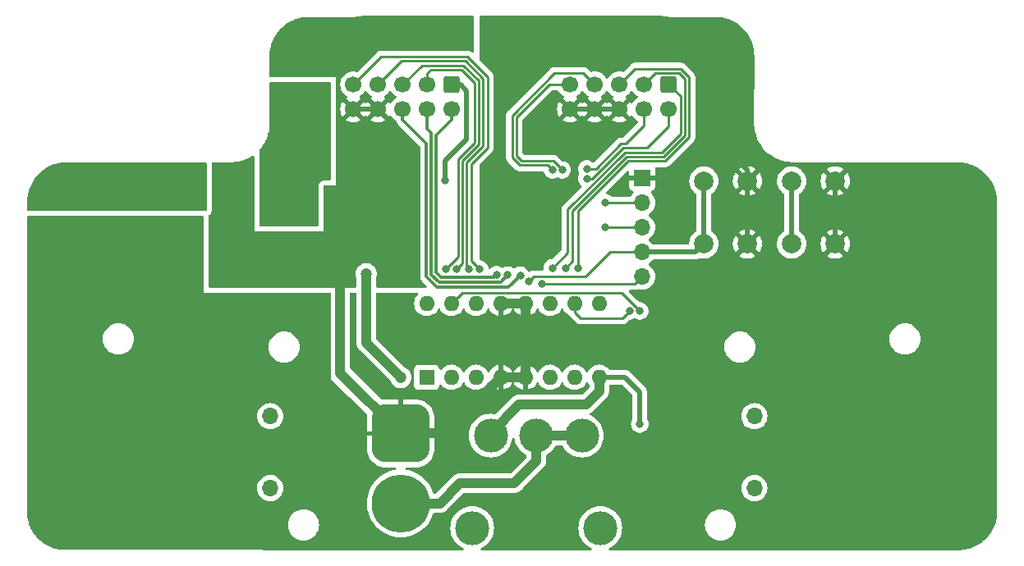
<source format=gbl>
%TF.GenerationSoftware,KiCad,Pcbnew,7.0.2*%
%TF.CreationDate,2023-11-09T20:15:28+01:00*%
%TF.ProjectId,Motherboard,4d6f7468-6572-4626-9f61-72642e6b6963,rev?*%
%TF.SameCoordinates,Original*%
%TF.FileFunction,Copper,L2,Bot*%
%TF.FilePolarity,Positive*%
%FSLAX46Y46*%
G04 Gerber Fmt 4.6, Leading zero omitted, Abs format (unit mm)*
G04 Created by KiCad (PCBNEW 7.0.2) date 2023-11-09 20:15:28*
%MOMM*%
%LPD*%
G01*
G04 APERTURE LIST*
G04 Aperture macros list*
%AMRoundRect*
0 Rectangle with rounded corners*
0 $1 Rounding radius*
0 $2 $3 $4 $5 $6 $7 $8 $9 X,Y pos of 4 corners*
0 Add a 4 corners polygon primitive as box body*
4,1,4,$2,$3,$4,$5,$6,$7,$8,$9,$2,$3,0*
0 Add four circle primitives for the rounded corners*
1,1,$1+$1,$2,$3*
1,1,$1+$1,$4,$5*
1,1,$1+$1,$6,$7*
1,1,$1+$1,$8,$9*
0 Add four rect primitives between the rounded corners*
20,1,$1+$1,$2,$3,$4,$5,0*
20,1,$1+$1,$4,$5,$6,$7,0*
20,1,$1+$1,$6,$7,$8,$9,0*
20,1,$1+$1,$8,$9,$2,$3,0*%
G04 Aperture macros list end*
%TA.AperFunction,ComponentPad*%
%ADD10C,3.500000*%
%TD*%
%TA.AperFunction,ComponentPad*%
%ADD11C,2.000000*%
%TD*%
%TA.AperFunction,ComponentPad*%
%ADD12O,1.600000X1.600000*%
%TD*%
%TA.AperFunction,ComponentPad*%
%ADD13R,1.600000X1.600000*%
%TD*%
%TA.AperFunction,ComponentPad*%
%ADD14C,1.700000*%
%TD*%
%TA.AperFunction,ComponentPad*%
%ADD15RoundRect,0.250000X-0.600000X0.600000X-0.600000X-0.600000X0.600000X-0.600000X0.600000X0.600000X0*%
%TD*%
%TA.AperFunction,ComponentPad*%
%ADD16O,1.700000X1.700000*%
%TD*%
%TA.AperFunction,ComponentPad*%
%ADD17R,1.700000X1.700000*%
%TD*%
%TA.AperFunction,ComponentPad*%
%ADD18C,6.000000*%
%TD*%
%TA.AperFunction,ComponentPad*%
%ADD19RoundRect,1.500000X-1.500000X1.500000X-1.500000X-1.500000X1.500000X-1.500000X1.500000X1.500000X0*%
%TD*%
%TA.AperFunction,ViaPad*%
%ADD20C,1.200000*%
%TD*%
%TA.AperFunction,ViaPad*%
%ADD21C,0.800000*%
%TD*%
%TA.AperFunction,Conductor*%
%ADD22C,1.000000*%
%TD*%
%TA.AperFunction,Conductor*%
%ADD23C,0.250000*%
%TD*%
%TA.AperFunction,Conductor*%
%ADD24C,0.500000*%
%TD*%
%TA.AperFunction,Conductor*%
%ADD25C,0.300000*%
%TD*%
%ADD26C,0.350000*%
G04 APERTURE END LIST*
D10*
%TO.P,SW2,3,C*%
%TO.N,VCC*%
X142296000Y-106617500D03*
%TO.P,SW2,2,B*%
%TO.N,Net-(J1-Pin_2)*%
X146996000Y-106617500D03*
%TO.P,SW2,1,A*%
X151696000Y-106617500D03*
%TO.P,SW2,*%
%TO.N,*%
X153601000Y-116147500D03*
X140391000Y-116147500D03*
%TD*%
D11*
%TO.P,SW1,2*%
%TO.N,GND*%
X168768000Y-80332000D03*
X168768000Y-86832000D03*
%TO.P,SW1,1*%
%TO.N,NRST*%
X164268000Y-80332000D03*
X164268000Y-86832000D03*
%TD*%
D12*
%TO.P,U4,16,VCC1*%
%TO.N,+5V*%
X135708000Y-92970000D03*
%TO.P,U4,15,4A*%
%TO.N,2B*%
X138248000Y-92970000D03*
%TO.P,U4,14,4Y*%
%TO.N,2B_M*%
X140788000Y-92970000D03*
%TO.P,U4,13,GND*%
%TO.N,GND*%
X143328000Y-92970000D03*
%TO.P,U4,12,GND*%
X145868000Y-92970000D03*
%TO.P,U4,11,3Y*%
%TO.N,2A_M*%
X148408000Y-92970000D03*
%TO.P,U4,10,3A*%
%TO.N,2A*%
X150948000Y-92970000D03*
%TO.P,U4,9,EN3\u002C4*%
%TO.N,EN*%
X153488000Y-92970000D03*
%TO.P,U4,8,VCC2*%
%TO.N,VCC*%
X153488000Y-100590000D03*
%TO.P,U4,7,2A*%
%TO.N,1B*%
X150948000Y-100590000D03*
%TO.P,U4,6,2Y*%
%TO.N,1B_M*%
X148408000Y-100590000D03*
%TO.P,U4,5,GND*%
%TO.N,GND*%
X145868000Y-100590000D03*
%TO.P,U4,4,GND*%
X143328000Y-100590000D03*
%TO.P,U4,3,1Y*%
%TO.N,1A_M*%
X140788000Y-100590000D03*
%TO.P,U4,2,1A*%
%TO.N,1A*%
X138248000Y-100590000D03*
D13*
%TO.P,U4,1,EN1\u002C2*%
%TO.N,EN*%
X135708000Y-100590000D03*
%TD*%
D11*
%TO.P,SW3,2*%
%TO.N,GND*%
X177821000Y-80332000D03*
X177821000Y-86832000D03*
%TO.P,SW3,1*%
%TO.N,CAL_INT*%
X173321000Y-80332000D03*
X173321000Y-86832000D03*
%TD*%
D14*
%TO.P,J5,10,Pin_10*%
%TO.N,GND*%
X150487802Y-72914000D03*
%TO.P,J5,9,Pin_9*%
%TO.N,LD4*%
X150487802Y-70374000D03*
%TO.P,J5,8,Pin_8*%
%TO.N,GND*%
X153027802Y-72914000D03*
%TO.P,J5,7,Pin_7*%
%TO.N,LD3*%
X153027802Y-70374000D03*
%TO.P,J5,6,Pin_6*%
%TO.N,GND*%
X155567802Y-72914000D03*
%TO.P,J5,5,Pin_5*%
%TO.N,LD2*%
X155567802Y-70374000D03*
%TO.P,J5,4,Pin_4*%
%TO.N,LD6*%
X158107802Y-72914000D03*
%TO.P,J5,3,Pin_3*%
%TO.N,LD1*%
X158107802Y-70374000D03*
%TO.P,J5,2,Pin_2*%
%TO.N,LD5*%
X160647802Y-72914000D03*
D15*
%TO.P,J5,1,Pin_1*%
%TO.N,LD0*%
X160647802Y-70374000D03*
%TD*%
D16*
%TO.P,J3,2,Pin_2*%
%TO.N,2A_M*%
X119564000Y-112014000D03*
%TO.P,J3,1,Pin_1*%
%TO.N,2B_M*%
X119564000Y-104614000D03*
%TD*%
%TO.P,J6,5,Pin_5*%
%TO.N,+3V3*%
X157918000Y-90191000D03*
%TO.P,J6,4,Pin_4*%
%TO.N,NRST*%
X157918000Y-87651000D03*
%TO.P,J6,3,Pin_3*%
%TO.N,SWDIO*%
X157918000Y-85111000D03*
%TO.P,J6,2,Pin_2*%
%TO.N,SWCLK*%
X157918000Y-82571000D03*
D17*
%TO.P,J6,1,Pin_1*%
%TO.N,GND*%
X157918000Y-80031000D03*
%TD*%
D14*
%TO.P,J4,10,Pin_10*%
%TO.N,GND*%
X128135802Y-72914000D03*
%TO.P,J4,9,Pin_9*%
%TO.N,A3*%
X128135802Y-70374000D03*
%TO.P,J4,8,Pin_8*%
%TO.N,GND*%
X130675802Y-72914000D03*
%TO.P,J4,7,Pin_7*%
%TO.N,A2*%
X130675802Y-70374000D03*
%TO.P,J4,6,Pin_6*%
%TO.N,A6*%
X133215802Y-72914000D03*
%TO.P,J4,5,Pin_5*%
%TO.N,A1*%
X133215802Y-70374000D03*
%TO.P,J4,4,Pin_4*%
%TO.N,A5*%
X135755802Y-72914000D03*
%TO.P,J4,3,Pin_3*%
%TO.N,A0*%
X135755802Y-70374000D03*
%TO.P,J4,2,Pin_2*%
%TO.N,A4*%
X138295802Y-72914000D03*
D15*
%TO.P,J4,1,Pin_1*%
%TO.N,+3V3*%
X138295802Y-70374000D03*
%TD*%
D18*
%TO.P,J1,2,Pin_2*%
%TO.N,Net-(J1-Pin_2)*%
X133026000Y-113598000D03*
D19*
%TO.P,J1,1,Pin_1*%
%TO.N,GND*%
X133026000Y-106398000D03*
%TD*%
D16*
%TO.P,J2,2,Pin_2*%
%TO.N,1B_M*%
X169475000Y-104614000D03*
%TO.P,J2,1,Pin_1*%
%TO.N,1A_M*%
X169475000Y-112014000D03*
%TD*%
D20*
%TO.N,GND*%
X105791000Y-84582000D03*
X102108000Y-84582000D03*
D21*
%TO.N,+3V3*%
X123910000Y-83432000D03*
X123910000Y-77432000D03*
X123910000Y-75432000D03*
X123910000Y-73432000D03*
X123910000Y-71432000D03*
X121910000Y-77432000D03*
X121910000Y-75432000D03*
X121910000Y-73432000D03*
X121910000Y-71432000D03*
X119910000Y-83432000D03*
X119910000Y-77432000D03*
%TO.N,+5V*%
X111910000Y-81432000D03*
X111910000Y-79432000D03*
X109910000Y-81432000D03*
X109910000Y-79432000D03*
X107910000Y-81432000D03*
X107910000Y-79432000D03*
X99910000Y-79432000D03*
X95910000Y-81432000D03*
%TO.N,GND*%
X134423000Y-88408000D03*
X116770000Y-89043000D03*
D20*
X134448400Y-77486000D03*
D21*
%TO.N,+3V3*%
X147545799Y-90948000D03*
X137598000Y-80280000D03*
D20*
%TO.N,VCC*%
X129470000Y-89932000D03*
D21*
X157664000Y-105426000D03*
D20*
X133026000Y-100600000D03*
D21*
%TO.N,NRST*%
X146234000Y-90694000D03*
%TO.N,A0*%
X137674200Y-89436500D03*
%TO.N,A1*%
X138791800Y-89398600D03*
%TO.N,A2*%
X140011000Y-89424000D03*
%TO.N,A3*%
X141154000Y-89424000D03*
%TO.N,A4*%
X142891165Y-90017988D03*
%TO.N,A5*%
X144053423Y-90037423D03*
%TO.N,A6*%
X145345000Y-90059000D03*
%TO.N,LD0*%
X148647000Y-89297000D03*
%TO.N,LD1*%
X150044000Y-89297000D03*
%TO.N,LD2*%
X151325451Y-89297000D03*
%TO.N,LD3*%
X148647000Y-79190500D03*
%TO.N,LD4*%
X149663000Y-79190500D03*
%TO.N,LD5*%
X152202285Y-80087136D03*
%TO.N,LD6*%
X152206082Y-79087640D03*
%TO.N,SWCLK*%
X154108000Y-82566000D03*
%TO.N,SWDIO*%
X154108000Y-85106000D03*
%TO.N,2A*%
X156643701Y-93737701D03*
%TO.N,2B*%
X157664000Y-93742000D03*
%TD*%
D22*
%TO.N,GND*%
X143328000Y-100639000D02*
X137569000Y-106398000D01*
X143328000Y-100590000D02*
X143328000Y-100639000D01*
X137569000Y-106398000D02*
X133026000Y-106398000D01*
%TO.N,VCC*%
X152146000Y-103378000D02*
X153488000Y-102036000D01*
X153488000Y-102036000D02*
X153488000Y-100590000D01*
X145234000Y-103378000D02*
X152146000Y-103378000D01*
X142296000Y-106617500D02*
X142296000Y-106316000D01*
X142296000Y-106316000D02*
X145234000Y-103378000D01*
D23*
%TO.N,A0*%
X136128000Y-68850000D02*
X135755802Y-69222198D01*
X139311802Y-68850000D02*
X136128000Y-68850000D01*
X140628802Y-76358802D02*
X140628802Y-70167000D01*
X138926000Y-78061604D02*
X140628802Y-76358802D01*
X140628802Y-70167000D02*
X139311802Y-68850000D01*
X138926000Y-88184700D02*
X138926000Y-78061604D01*
X135755802Y-69222198D02*
X135755802Y-70374000D01*
X137674200Y-89436500D02*
X138926000Y-88184700D01*
%TO.N,LD0*%
X161855000Y-75452604D02*
X161855000Y-71581198D01*
X159937604Y-77370000D02*
X161855000Y-75452604D01*
X161855000Y-71581198D02*
X160647802Y-70374000D01*
X150241000Y-87703000D02*
X150241000Y-83255208D01*
X150241000Y-83255208D02*
X156126208Y-77370000D01*
X148647000Y-89297000D02*
X150241000Y-87703000D01*
X156126208Y-77370000D02*
X159937604Y-77370000D01*
%TO.N,LD1*%
X159282802Y-69199000D02*
X158107802Y-70374000D01*
X162305000Y-69808000D02*
X161696000Y-69199000D01*
X162305000Y-75639000D02*
X162305000Y-69808000D01*
X161696000Y-69199000D02*
X159282802Y-69199000D01*
X156312604Y-77820000D02*
X160124000Y-77820000D01*
X150749000Y-88592000D02*
X150749000Y-83383604D01*
X150749000Y-83383604D02*
X156312604Y-77820000D01*
X150044000Y-89297000D02*
X150749000Y-88592000D01*
X160124000Y-77820000D02*
X162305000Y-75639000D01*
D24*
%TO.N,GND*%
X134448400Y-76686598D02*
X130675802Y-72914000D01*
D22*
X126777600Y-85156800D02*
X126777600Y-89043000D01*
X143328000Y-100590000D02*
X145868000Y-100590000D01*
D24*
X134423000Y-88408000D02*
X134423000Y-77511400D01*
X126716600Y-88982000D02*
X126777600Y-89043000D01*
X116831000Y-88982000D02*
X126716600Y-88982000D01*
D22*
X145868000Y-92970000D02*
X143328000Y-92970000D01*
X145868000Y-92970000D02*
X145868000Y-100590000D01*
D24*
X116770000Y-89043000D02*
X116831000Y-88982000D01*
X150487802Y-72914000D02*
X153027802Y-72914000D01*
X167951000Y-78375000D02*
X168768000Y-79192000D01*
X160580000Y-80031000D02*
X162236000Y-78375000D01*
X162236000Y-78375000D02*
X167951000Y-78375000D01*
X157918000Y-80031000D02*
X160580000Y-80031000D01*
X134423000Y-77511400D02*
X134448400Y-77486000D01*
X130675802Y-72914000D02*
X128135802Y-72914000D01*
X134448400Y-77486000D02*
X134448400Y-76686598D01*
X168768000Y-79192000D02*
X168768000Y-86780000D01*
D22*
X126777600Y-100193600D02*
X132982000Y-106398000D01*
D24*
X177821000Y-80332000D02*
X177821000Y-86832000D01*
D22*
X132982000Y-106398000D02*
X133026000Y-106398000D01*
X134448400Y-77486000D02*
X126777600Y-85156800D01*
X126777600Y-89043000D02*
X126777600Y-100193600D01*
D24*
X153027802Y-72914000D02*
X155567802Y-72914000D01*
D23*
%TO.N,+3V3*%
X157161000Y-90948000D02*
X157918000Y-90191000D01*
X147545799Y-90948000D02*
X157161000Y-90948000D01*
D24*
X139819802Y-71009000D02*
X139184802Y-70374000D01*
X137598000Y-80280000D02*
X137598000Y-78248000D01*
X137598000Y-78248000D02*
X139819802Y-76026198D01*
X139819802Y-76026198D02*
X139819802Y-74692000D01*
X139184802Y-70374000D02*
X138295802Y-70374000D01*
X139819802Y-74692000D02*
X139819802Y-71009000D01*
%TO.N,VCC*%
X157664000Y-102124000D02*
X157664000Y-105426000D01*
D22*
X129470000Y-97044000D02*
X133026000Y-100600000D01*
D24*
X156130000Y-100590000D02*
X157664000Y-102124000D01*
X153488000Y-100590000D02*
X156130000Y-100590000D01*
D22*
X129470000Y-89932000D02*
X129470000Y-97044000D01*
D24*
%TO.N,NRST*%
X164268000Y-80332000D02*
X164268000Y-86780000D01*
X157918000Y-87651000D02*
X163449000Y-87651000D01*
D23*
X146742000Y-90186000D02*
X152076000Y-90186000D01*
X146234000Y-90694000D02*
X146742000Y-90186000D01*
X154611000Y-87651000D02*
X157918000Y-87651000D01*
X152076000Y-90186000D02*
X154611000Y-87651000D01*
D24*
X163449000Y-87651000D02*
X164268000Y-86832000D01*
D22*
%TO.N,Net-(J1-Pin_2)*%
X144710000Y-111522000D02*
X139122000Y-111522000D01*
X139122000Y-111522000D02*
X137046000Y-113598000D01*
X137046000Y-113598000D02*
X133026000Y-113598000D01*
X146996000Y-109236000D02*
X144710000Y-111522000D01*
X146996000Y-106617500D02*
X146996000Y-109236000D01*
X151696000Y-106617500D02*
X146996000Y-106617500D01*
D23*
%TO.N,A1*%
X139376000Y-78248000D02*
X141078802Y-76545198D01*
X135189802Y-68400000D02*
X133215802Y-70374000D01*
X138791800Y-89398600D02*
X139376000Y-88814400D01*
X139498198Y-68400000D02*
X135189802Y-68400000D01*
X141078802Y-69980604D02*
X139498198Y-68400000D01*
X141078802Y-75211000D02*
X141078802Y-69980604D01*
X139376000Y-88814400D02*
X139376000Y-78248000D01*
X141078802Y-76545198D02*
X141078802Y-75211000D01*
%TO.N,A2*%
X139826000Y-89239000D02*
X139826000Y-78434396D01*
X139684594Y-67950000D02*
X133099802Y-67950000D01*
X141528802Y-76731594D02*
X141528802Y-69794208D01*
X133099802Y-67950000D02*
X130675802Y-70374000D01*
X139826000Y-78434396D02*
X141528802Y-76731594D01*
X141528802Y-69794208D02*
X139684594Y-67950000D01*
X140011000Y-89424000D02*
X139826000Y-89239000D01*
%TO.N,A3*%
X141154000Y-89424000D02*
X140276000Y-88546000D01*
X140276000Y-78620792D02*
X141978802Y-76917990D01*
X131009802Y-67500000D02*
X128135802Y-70374000D01*
X141978802Y-69607812D02*
X139870990Y-67500000D01*
X141978802Y-76917990D02*
X141978802Y-69607812D01*
X140276000Y-88546000D02*
X140276000Y-78620792D01*
X139870990Y-67500000D02*
X131009802Y-67500000D01*
D25*
%TO.N,A4*%
X137171488Y-90267488D02*
X136683600Y-89779600D01*
X136683600Y-89779600D02*
X136683600Y-75606400D01*
X138295802Y-73994198D02*
X138295802Y-72914000D01*
X136683600Y-75606400D02*
X138295802Y-73994198D01*
X142641665Y-90267488D02*
X137171488Y-90267488D01*
X142891165Y-90017988D02*
X142641665Y-90267488D01*
%TO.N,A5*%
X136964382Y-90767488D02*
X136183600Y-89986706D01*
X144053423Y-90037423D02*
X143323358Y-90767488D01*
X135769200Y-74984893D02*
X135769200Y-72927398D01*
X136183600Y-75399293D02*
X135769200Y-74984893D01*
X143323358Y-90767488D02*
X136964382Y-90767488D01*
X135769200Y-72927398D02*
X135755802Y-72914000D01*
X136183600Y-89986706D02*
X136183600Y-75399293D01*
%TO.N,A6*%
X136757276Y-91267488D02*
X135683600Y-90193812D01*
X144136512Y-91267488D02*
X136757276Y-91267488D01*
X135683600Y-90193812D02*
X135683600Y-76486000D01*
X133215802Y-74018202D02*
X133215802Y-72914000D01*
X145345000Y-90059000D02*
X144136512Y-91267488D01*
X135683600Y-76486000D02*
X133215802Y-74018202D01*
D23*
%TO.N,LD2*%
X157192802Y-68749000D02*
X155567802Y-70374000D01*
X162755000Y-69621604D02*
X161882396Y-68749000D01*
X156499000Y-78270000D02*
X160310396Y-78270000D01*
X151345500Y-89276951D02*
X151345500Y-83423500D01*
X162755000Y-75825396D02*
X162755000Y-73857594D01*
X151325451Y-89297000D02*
X151345500Y-89276951D01*
X151345500Y-83423500D02*
X156499000Y-78270000D01*
X162755000Y-73857594D02*
X162755000Y-69621604D01*
X161882396Y-68749000D02*
X157192802Y-68749000D01*
X160310396Y-78270000D02*
X162755000Y-75825396D01*
%TO.N,LD3*%
X144514000Y-77926396D02*
X144514000Y-74888000D01*
X144514000Y-74888000D02*
X144514000Y-73553802D01*
X148868802Y-69199000D02*
X151852802Y-69199000D01*
X145285604Y-78698000D02*
X144514000Y-77926396D01*
X148647000Y-79190500D02*
X148154500Y-78698000D01*
X148154500Y-78698000D02*
X145285604Y-78698000D01*
X151852802Y-69199000D02*
X153027802Y-70374000D01*
X144514000Y-73553802D02*
X148868802Y-69199000D01*
%TO.N,LD4*%
X149663000Y-79190500D02*
X149663000Y-79181195D01*
X145472000Y-78248000D02*
X144964000Y-77740000D01*
X144964000Y-77740000D02*
X144964000Y-75074396D01*
X148729805Y-78248000D02*
X145472000Y-78248000D01*
X148330198Y-70374000D02*
X150487802Y-70374000D01*
X144964000Y-75074396D02*
X144964000Y-73740198D01*
X144964000Y-73740198D02*
X148330198Y-70374000D01*
X149663000Y-79181195D02*
X148729805Y-78248000D01*
%TO.N,LD5*%
X155939812Y-76920000D02*
X158417010Y-76920000D01*
X158417010Y-76920000D02*
X160647802Y-74689208D01*
X152202285Y-80087136D02*
X152772676Y-80087136D01*
X152772676Y-80087136D02*
X155939812Y-76920000D01*
X160647802Y-74689208D02*
X160647802Y-72914000D01*
%TO.N,LD6*%
X156202802Y-76470000D02*
X158107802Y-74565000D01*
X158107802Y-74565000D02*
X158107802Y-72914000D01*
X152206082Y-79087640D02*
X153135776Y-79087640D01*
X153135776Y-79087640D02*
X155753416Y-76470000D01*
X155753416Y-76470000D02*
X156202802Y-76470000D01*
%TO.N,SWCLK*%
X154113000Y-82571000D02*
X157918000Y-82571000D01*
X154108000Y-82566000D02*
X154113000Y-82571000D01*
%TO.N,SWDIO*%
X154113000Y-85111000D02*
X157918000Y-85111000D01*
X154108000Y-85106000D02*
X154113000Y-85111000D01*
%TO.N,2A*%
X151568000Y-94504000D02*
X150948000Y-93884000D01*
X150948000Y-93884000D02*
X150948000Y-92970000D01*
X156643701Y-93737701D02*
X155877402Y-94504000D01*
X155877402Y-94504000D02*
X151568000Y-94504000D01*
%TO.N,2B*%
X155776305Y-91845000D02*
X139373000Y-91845000D01*
X157664000Y-93742000D02*
X157664000Y-93732695D01*
X157664000Y-93732695D02*
X155776305Y-91845000D01*
X139373000Y-91845000D02*
X138248000Y-92970000D01*
D24*
%TO.N,CAL_INT*%
X173321000Y-86832000D02*
X173321000Y-80332000D01*
%TD*%
%TA.AperFunction,Conductor*%
%TO.N,GND*%
G36*
X140462039Y-63281685D02*
G01*
X140507794Y-63334489D01*
X140519000Y-63386000D01*
X140519000Y-66963913D01*
X140499315Y-67030952D01*
X140446511Y-67076707D01*
X140377353Y-67086651D01*
X140313797Y-67057626D01*
X140310131Y-67054319D01*
X140307780Y-67052112D01*
X140304968Y-67049387D01*
X140288217Y-67032636D01*
X140285461Y-67029880D01*
X140282280Y-67027412D01*
X140273412Y-67019837D01*
X140241572Y-66989938D01*
X140224014Y-66980285D01*
X140207754Y-66969604D01*
X140191926Y-66957327D01*
X140151841Y-66939980D01*
X140141351Y-66934841D01*
X140103081Y-66913802D01*
X140083681Y-66908821D01*
X140065274Y-66902519D01*
X140046887Y-66894562D01*
X140003748Y-66887729D01*
X139992314Y-66885361D01*
X139950009Y-66874500D01*
X139929974Y-66874500D01*
X139910576Y-66872973D01*
X139903152Y-66871797D01*
X139890795Y-66869840D01*
X139890794Y-66869840D01*
X139865458Y-66872235D01*
X139847315Y-66873950D01*
X139835646Y-66874500D01*
X131092546Y-66874500D01*
X131072038Y-66872235D01*
X131001915Y-66874439D01*
X130998021Y-66874500D01*
X130970452Y-66874500D01*
X130966596Y-66874986D01*
X130966593Y-66874987D01*
X130966537Y-66874994D01*
X130966464Y-66875003D01*
X130954845Y-66875917D01*
X130911174Y-66877289D01*
X130891930Y-66882880D01*
X130872886Y-66886824D01*
X130853010Y-66889335D01*
X130812402Y-66905413D01*
X130801356Y-66909194D01*
X130759412Y-66921382D01*
X130759409Y-66921383D01*
X130742167Y-66931579D01*
X130724706Y-66940133D01*
X130706069Y-66947512D01*
X130670733Y-66973185D01*
X130660976Y-66979595D01*
X130623382Y-67001829D01*
X130609215Y-67015996D01*
X130594426Y-67028626D01*
X130578215Y-67040404D01*
X130550374Y-67074058D01*
X130542513Y-67082697D01*
X128591448Y-69033761D01*
X128530125Y-69067246D01*
X128471675Y-69065855D01*
X128371210Y-69038936D01*
X128135801Y-69018340D01*
X127900394Y-69038936D01*
X127672138Y-69100097D01*
X127457972Y-69199965D01*
X127264400Y-69335505D01*
X127097307Y-69502598D01*
X126961767Y-69696170D01*
X126861899Y-69910336D01*
X126800738Y-70138592D01*
X126780142Y-70374000D01*
X126800738Y-70609407D01*
X126811039Y-70647849D01*
X126861899Y-70837663D01*
X126961767Y-71051830D01*
X127097307Y-71245401D01*
X127264401Y-71412495D01*
X127450398Y-71542732D01*
X127494021Y-71597307D01*
X127501214Y-71666806D01*
X127469692Y-71729160D01*
X127450396Y-71745881D01*
X127374428Y-71799073D01*
X128003268Y-72427913D01*
X127993487Y-72429320D01*
X127862702Y-72489048D01*
X127754041Y-72583202D01*
X127676309Y-72704156D01*
X127652725Y-72784476D01*
X127020874Y-72152625D01*
X126962201Y-72236422D01*
X126862371Y-72450507D01*
X126801232Y-72678681D01*
X126780644Y-72914000D01*
X126801232Y-73149318D01*
X126862371Y-73377492D01*
X126962202Y-73591580D01*
X127020875Y-73675373D01*
X127652725Y-73043523D01*
X127676309Y-73123844D01*
X127754041Y-73244798D01*
X127862702Y-73338952D01*
X127993487Y-73398680D01*
X128003268Y-73400086D01*
X127374427Y-74028925D01*
X127458222Y-74087599D01*
X127672309Y-74187430D01*
X127900483Y-74248569D01*
X128135802Y-74269157D01*
X128371120Y-74248569D01*
X128599294Y-74187430D01*
X128813378Y-74087600D01*
X128897175Y-74028925D01*
X128268335Y-73400086D01*
X128278117Y-73398680D01*
X128408902Y-73338952D01*
X128517563Y-73244798D01*
X128595295Y-73123844D01*
X128618878Y-73043524D01*
X129250727Y-73675373D01*
X129304226Y-73598969D01*
X129358803Y-73555344D01*
X129428301Y-73548150D01*
X129490656Y-73579673D01*
X129507376Y-73598969D01*
X129560874Y-73675373D01*
X129560875Y-73675373D01*
X130192725Y-73043523D01*
X130216309Y-73123844D01*
X130294041Y-73244798D01*
X130402702Y-73338952D01*
X130533487Y-73398680D01*
X130543268Y-73400086D01*
X129914427Y-74028925D01*
X129998222Y-74087599D01*
X130212309Y-74187430D01*
X130440483Y-74248569D01*
X130675801Y-74269157D01*
X130911120Y-74248569D01*
X131139294Y-74187430D01*
X131353378Y-74087600D01*
X131437175Y-74028925D01*
X130808335Y-73400086D01*
X130818117Y-73398680D01*
X130948902Y-73338952D01*
X131057563Y-73244798D01*
X131135295Y-73123844D01*
X131158878Y-73043524D01*
X131790727Y-73675373D01*
X131843921Y-73599405D01*
X131898498Y-73555780D01*
X131967996Y-73548586D01*
X132030351Y-73580109D01*
X132047067Y-73599400D01*
X132177307Y-73785401D01*
X132344401Y-73952495D01*
X132526949Y-74080317D01*
X132570572Y-74134892D01*
X132578846Y-74166345D01*
X132580730Y-74181261D01*
X132597539Y-74223717D01*
X132601322Y-74234765D01*
X132614058Y-74278602D01*
X132624863Y-74296872D01*
X132633423Y-74314345D01*
X132638814Y-74327962D01*
X132641234Y-74334073D01*
X132648724Y-74344382D01*
X132668069Y-74371010D01*
X132674475Y-74380762D01*
X132697721Y-74420067D01*
X132697722Y-74420068D01*
X132697723Y-74420069D01*
X132712727Y-74435073D01*
X132725366Y-74449871D01*
X132737839Y-74467039D01*
X132773014Y-74496138D01*
X132781656Y-74504002D01*
X133897910Y-75620256D01*
X134996781Y-76719126D01*
X135030266Y-76780449D01*
X135033100Y-76806807D01*
X135033100Y-90108306D01*
X135030758Y-90129514D01*
X135033039Y-90202074D01*
X135033100Y-90205969D01*
X135033100Y-90234737D01*
X135033587Y-90238597D01*
X135033589Y-90238620D01*
X135033654Y-90239132D01*
X135034568Y-90250754D01*
X135036002Y-90296381D01*
X135041923Y-90316762D01*
X135045867Y-90335807D01*
X135048528Y-90356871D01*
X135065337Y-90399327D01*
X135069120Y-90410375D01*
X135081856Y-90454212D01*
X135092661Y-90472482D01*
X135101221Y-90489955D01*
X135109031Y-90509681D01*
X135135867Y-90546620D01*
X135142273Y-90556372D01*
X135165519Y-90595677D01*
X135165521Y-90595679D01*
X135180525Y-90610683D01*
X135193164Y-90625481D01*
X135205637Y-90642649D01*
X135240812Y-90671748D01*
X135249454Y-90679612D01*
X135687161Y-91117319D01*
X135720646Y-91178642D01*
X135715662Y-91248334D01*
X135673790Y-91304267D01*
X135608326Y-91328684D01*
X135599480Y-91329000D01*
X130594500Y-91329000D01*
X130527461Y-91309315D01*
X130481706Y-91256511D01*
X130470500Y-91205000D01*
X130470500Y-90420826D01*
X130483501Y-90365553D01*
X130500582Y-90331250D01*
X130556397Y-90135083D01*
X130556913Y-90129514D01*
X130575215Y-89932000D01*
X130556397Y-89728917D01*
X130500582Y-89532750D01*
X130500209Y-89532001D01*
X130409675Y-89350181D01*
X130286763Y-89187419D01*
X130136041Y-89050018D01*
X129962638Y-88942652D01*
X129772457Y-88868976D01*
X129705629Y-88856484D01*
X129571976Y-88831500D01*
X129368024Y-88831500D01*
X129267783Y-88850238D01*
X129167542Y-88868976D01*
X128977361Y-88942652D01*
X128803958Y-89050018D01*
X128653236Y-89187419D01*
X128530324Y-89350181D01*
X128439418Y-89532748D01*
X128383602Y-89728916D01*
X128364785Y-89932000D01*
X128383602Y-90135083D01*
X128439417Y-90331250D01*
X128456499Y-90365553D01*
X128469500Y-90420826D01*
X128469500Y-91205000D01*
X128449815Y-91272039D01*
X128397011Y-91317794D01*
X128345500Y-91329000D01*
X113338000Y-91329000D01*
X113270961Y-91309315D01*
X113225206Y-91256511D01*
X113214000Y-91205000D01*
X113214000Y-83925440D01*
X113233685Y-83858401D01*
X113270959Y-83821125D01*
X113288543Y-83809825D01*
X113341347Y-83764070D01*
X113435567Y-83655336D01*
X113495338Y-83524459D01*
X113515023Y-83457420D01*
X113515024Y-83457416D01*
X113535500Y-83315000D01*
X113535499Y-78513726D01*
X113535665Y-78519839D01*
X113551651Y-78451888D01*
X113601882Y-78403322D01*
X113659367Y-78389140D01*
X115513299Y-78387700D01*
X115698154Y-78387700D01*
X115915697Y-78367541D01*
X115921022Y-78367164D01*
X115997043Y-78363430D01*
X116012284Y-78358591D01*
X116066485Y-78353569D01*
X116311512Y-78307764D01*
X116316086Y-78306999D01*
X116377909Y-78297828D01*
X116388338Y-78293403D01*
X116430095Y-78285598D01*
X116706108Y-78207065D01*
X116709850Y-78206065D01*
X116750813Y-78195804D01*
X116756522Y-78192721D01*
X116785882Y-78184368D01*
X117099350Y-78062930D01*
X117102324Y-78061823D01*
X117112298Y-78058254D01*
X117113510Y-78057445D01*
X117128146Y-78051775D01*
X117128149Y-78051773D01*
X117130812Y-78050742D01*
X117461940Y-77885859D01*
X117723725Y-77723768D01*
X117791083Y-77705214D01*
X117857782Y-77726023D01*
X117902644Y-77779588D01*
X117913000Y-77829196D01*
X117913000Y-85487000D01*
X125025000Y-85487000D01*
X125025000Y-80912000D01*
X125044685Y-80844961D01*
X125097489Y-80799206D01*
X125149000Y-80788000D01*
X126295000Y-80788000D01*
X126295000Y-69612000D01*
X119624802Y-69612000D01*
X119557763Y-69592315D01*
X119512008Y-69539511D01*
X119500802Y-69488327D01*
X119500768Y-69475500D01*
X119495307Y-67401379D01*
X119495438Y-67395407D01*
X119503286Y-67225647D01*
X119512966Y-67028600D01*
X119514000Y-67017617D01*
X119539470Y-66835033D01*
X119566746Y-66651157D01*
X119568692Y-66640986D01*
X119611489Y-66459026D01*
X119656206Y-66280507D01*
X119658893Y-66271318D01*
X119718372Y-66093857D01*
X119719070Y-66091842D01*
X119780499Y-65920159D01*
X119783796Y-65911897D01*
X119859513Y-65740415D01*
X119860851Y-65737489D01*
X119938527Y-65573255D01*
X119942252Y-65566012D01*
X120033664Y-65401897D01*
X120035545Y-65398643D01*
X120128836Y-65242998D01*
X120132834Y-65236763D01*
X120239070Y-65081678D01*
X120241699Y-65077990D01*
X120349709Y-64932354D01*
X120353811Y-64927128D01*
X120474039Y-64782344D01*
X120477377Y-64778497D01*
X120599140Y-64644152D01*
X120603237Y-64639850D01*
X120736250Y-64506837D01*
X120740552Y-64502740D01*
X120874897Y-64380977D01*
X120878744Y-64377639D01*
X121023528Y-64257411D01*
X121028754Y-64253309D01*
X121174390Y-64145299D01*
X121178078Y-64142670D01*
X121333163Y-64036434D01*
X121339398Y-64032436D01*
X121495043Y-63939145D01*
X121498297Y-63937264D01*
X121662412Y-63845852D01*
X121669655Y-63842127D01*
X121833898Y-63764446D01*
X121836818Y-63763112D01*
X121900807Y-63734858D01*
X122008297Y-63687396D01*
X122016559Y-63684099D01*
X122188242Y-63622670D01*
X122190257Y-63621972D01*
X122367722Y-63562491D01*
X122376918Y-63559803D01*
X122555426Y-63515089D01*
X122737400Y-63472289D01*
X122747534Y-63470349D01*
X122931425Y-63443071D01*
X123114014Y-63417601D01*
X123124996Y-63416567D01*
X123321994Y-63406889D01*
X123491939Y-63399032D01*
X123497671Y-63398901D01*
X127984875Y-63401683D01*
X127984955Y-63401700D01*
X128009500Y-63401700D01*
X128192082Y-63401700D01*
X128194954Y-63401700D01*
X128412478Y-63381543D01*
X128417813Y-63381165D01*
X128493843Y-63377430D01*
X128509084Y-63372591D01*
X128563285Y-63367569D01*
X128808312Y-63321764D01*
X128812886Y-63320999D01*
X128874709Y-63311828D01*
X128885138Y-63307403D01*
X128926895Y-63299598D01*
X129042400Y-63266733D01*
X129076334Y-63262000D01*
X140395000Y-63262000D01*
X140462039Y-63281685D01*
G37*
%TD.AperFunction*%
%TA.AperFunction,Conductor*%
G36*
X129490657Y-71040546D02*
G01*
X129507373Y-71059837D01*
X129637307Y-71245401D01*
X129804401Y-71412495D01*
X129990398Y-71542732D01*
X130034021Y-71597307D01*
X130041214Y-71666806D01*
X130009692Y-71729160D01*
X129990396Y-71745881D01*
X129914428Y-71799073D01*
X130543268Y-72427913D01*
X130533487Y-72429320D01*
X130402702Y-72489048D01*
X130294041Y-72583202D01*
X130216309Y-72704156D01*
X130192725Y-72784476D01*
X129560874Y-72152625D01*
X129560874Y-72152626D01*
X129507376Y-72229030D01*
X129452800Y-72272655D01*
X129383301Y-72279849D01*
X129320946Y-72248326D01*
X129304226Y-72229030D01*
X129250727Y-72152626D01*
X129250727Y-72152625D01*
X128618878Y-72784475D01*
X128595295Y-72704156D01*
X128517563Y-72583202D01*
X128408902Y-72489048D01*
X128278117Y-72429320D01*
X128268335Y-72427913D01*
X128897175Y-71799073D01*
X128897175Y-71799072D01*
X128821207Y-71745880D01*
X128777582Y-71691304D01*
X128770388Y-71621805D01*
X128801910Y-71559451D01*
X128821201Y-71542734D01*
X129007203Y-71412495D01*
X129174297Y-71245401D01*
X129304228Y-71059839D01*
X129358804Y-71016217D01*
X129428303Y-71009024D01*
X129490657Y-71040546D01*
G37*
%TD.AperFunction*%
%TA.AperFunction,Conductor*%
G36*
X132030657Y-71040545D02*
G01*
X132047373Y-71059837D01*
X132177307Y-71245401D01*
X132344401Y-71412495D01*
X132529962Y-71542426D01*
X132573585Y-71597002D01*
X132580778Y-71666501D01*
X132549256Y-71728855D01*
X132529960Y-71745575D01*
X132355357Y-71867834D01*
X132344397Y-71875508D01*
X132177310Y-72042595D01*
X132177307Y-72042598D01*
X132177307Y-72042599D01*
X132100267Y-72152625D01*
X132047072Y-72228595D01*
X131992495Y-72272219D01*
X131922996Y-72279412D01*
X131860642Y-72247890D01*
X131843922Y-72228595D01*
X131790727Y-72152626D01*
X131790727Y-72152625D01*
X131158878Y-72784474D01*
X131135295Y-72704156D01*
X131057563Y-72583202D01*
X130948902Y-72489048D01*
X130818117Y-72429320D01*
X130808335Y-72427913D01*
X131437175Y-71799073D01*
X131437175Y-71799072D01*
X131361207Y-71745880D01*
X131317582Y-71691304D01*
X131310388Y-71621805D01*
X131341910Y-71559451D01*
X131361201Y-71542734D01*
X131547203Y-71412495D01*
X131714297Y-71245401D01*
X131844228Y-71059839D01*
X131898804Y-71016216D01*
X131968302Y-71009022D01*
X132030657Y-71040545D01*
G37*
%TD.AperFunction*%
%TD*%
%TA.AperFunction,Conductor*%
%TO.N,+3V3*%
G36*
X125732539Y-70137185D02*
G01*
X125778294Y-70189989D01*
X125789500Y-70241500D01*
X125789500Y-80158500D01*
X125769815Y-80225539D01*
X125717011Y-80271294D01*
X125665500Y-80282500D01*
X125149000Y-80282500D01*
X125145706Y-80282854D01*
X125145690Y-80282855D01*
X125044854Y-80293697D01*
X125044851Y-80293697D01*
X125041544Y-80294053D01*
X125038309Y-80294756D01*
X125038295Y-80294759D01*
X124993277Y-80304553D01*
X124993272Y-80304554D01*
X124990033Y-80305259D01*
X124986893Y-80306303D01*
X124986875Y-80306309D01*
X124887496Y-80339385D01*
X124766458Y-80417173D01*
X124713652Y-80462931D01*
X124689153Y-80491204D01*
X124679829Y-80497195D01*
X124680318Y-80497685D01*
X124628646Y-80549351D01*
X124624310Y-80564112D01*
X124620650Y-80569000D01*
X124619433Y-80571663D01*
X124619433Y-80571664D01*
X124559662Y-80702541D01*
X124539977Y-80769580D01*
X124539976Y-80769584D01*
X124539527Y-80772706D01*
X124539524Y-80772722D01*
X124519500Y-80912000D01*
X124519500Y-84857500D01*
X124499815Y-84924539D01*
X124447011Y-84970294D01*
X124395500Y-84981500D01*
X118545000Y-84981500D01*
X118477961Y-84961815D01*
X118432206Y-84909011D01*
X118421000Y-84857500D01*
X118421000Y-84857499D01*
X118420999Y-77183669D01*
X118440684Y-77116634D01*
X118453348Y-77100151D01*
X118594208Y-76945636D01*
X118817128Y-76650443D01*
X119011859Y-76335940D01*
X119176742Y-76004812D01*
X119183444Y-75987510D01*
X119184148Y-75986594D01*
X119187823Y-75976324D01*
X119188930Y-75973350D01*
X119310368Y-75659882D01*
X119318720Y-75630525D01*
X119321463Y-75626177D01*
X119332065Y-75583850D01*
X119333065Y-75580108D01*
X119411598Y-75304095D01*
X119419403Y-75262338D01*
X119423467Y-75254346D01*
X119432999Y-75190086D01*
X119433768Y-75185495D01*
X119444146Y-75129978D01*
X119479569Y-74940485D01*
X119484591Y-74886285D01*
X119489258Y-74874530D01*
X119493164Y-74795022D01*
X119493541Y-74789697D01*
X119513700Y-74572154D01*
X119513700Y-74387200D01*
X119513700Y-74386700D01*
X119513700Y-74336785D01*
X119513563Y-74335527D01*
X119513284Y-74229694D01*
X119507105Y-71882588D01*
X119502786Y-70241826D01*
X119522294Y-70174735D01*
X119574978Y-70128842D01*
X119626786Y-70117500D01*
X125665500Y-70117500D01*
X125732539Y-70137185D01*
G37*
%TD.AperFunction*%
%TD*%
%TA.AperFunction,Conductor*%
%TO.N,GND*%
G36*
X159933599Y-63266733D02*
G01*
X160049105Y-63299598D01*
X160090861Y-63307403D01*
X160098853Y-63311467D01*
X160163114Y-63320999D01*
X160167687Y-63321764D01*
X160412715Y-63367569D01*
X160466914Y-63372591D01*
X160478669Y-63377258D01*
X160558186Y-63381165D01*
X160563528Y-63381543D01*
X160781046Y-63401700D01*
X160783918Y-63401700D01*
X161017149Y-63401700D01*
X161017765Y-63401631D01*
X165469063Y-63395730D01*
X165474875Y-63395861D01*
X165644832Y-63403717D01*
X165841759Y-63413391D01*
X165852778Y-63414428D01*
X166000600Y-63435048D01*
X166035303Y-63439889D01*
X166055085Y-63442823D01*
X166219235Y-63467171D01*
X166229388Y-63469115D01*
X166411370Y-63511916D01*
X166589842Y-63556621D01*
X166599067Y-63559318D01*
X166776333Y-63618730D01*
X166778670Y-63619540D01*
X166950202Y-63680914D01*
X166958500Y-63684225D01*
X167130047Y-63759970D01*
X167132816Y-63761236D01*
X167297090Y-63838931D01*
X167304399Y-63842691D01*
X167468387Y-63934031D01*
X167471796Y-63936001D01*
X167627327Y-64029222D01*
X167633656Y-64033281D01*
X167788667Y-64139466D01*
X167792457Y-64142168D01*
X167937960Y-64250080D01*
X167943310Y-64254281D01*
X168087943Y-64374383D01*
X168091999Y-64377902D01*
X168226156Y-64499494D01*
X168230564Y-64503691D01*
X168363507Y-64636634D01*
X168367704Y-64641042D01*
X168489296Y-64775199D01*
X168492815Y-64779255D01*
X168612917Y-64923888D01*
X168617118Y-64929238D01*
X168725030Y-65074741D01*
X168727732Y-65078531D01*
X168833917Y-65233542D01*
X168837976Y-65239871D01*
X168931197Y-65395402D01*
X168933167Y-65398811D01*
X169024507Y-65562799D01*
X169028273Y-65570121D01*
X169105918Y-65734287D01*
X169107258Y-65737218D01*
X169182970Y-65908692D01*
X169186287Y-65917004D01*
X169247653Y-66088513D01*
X169248473Y-66090881D01*
X169307875Y-66268113D01*
X169310587Y-66277390D01*
X169355282Y-66455825D01*
X169398081Y-66637800D01*
X169400031Y-66647987D01*
X169427310Y-66831895D01*
X169452768Y-67014408D01*
X169453808Y-67025452D01*
X169463480Y-67222334D01*
X169471336Y-67392284D01*
X169471468Y-67398173D01*
X169462369Y-74335431D01*
X169462301Y-74335661D01*
X169462301Y-74386699D01*
X169462301Y-74387199D01*
X169462301Y-74572153D01*
X169462565Y-74575012D01*
X169462566Y-74575013D01*
X169482455Y-74789649D01*
X169482835Y-74795006D01*
X169486569Y-74871027D01*
X169491408Y-74886272D01*
X169492843Y-74901757D01*
X169496432Y-74940484D01*
X169496959Y-74943307D01*
X169496960Y-74943309D01*
X169542232Y-75185499D01*
X169543001Y-75190087D01*
X169552171Y-75251906D01*
X169556594Y-75262332D01*
X169563873Y-75301271D01*
X169563879Y-75301297D01*
X169564402Y-75304094D01*
X169565184Y-75306845D01*
X169565185Y-75306846D01*
X169642905Y-75580004D01*
X169643923Y-75583808D01*
X169654191Y-75624799D01*
X169657276Y-75630512D01*
X169665633Y-75659882D01*
X169666664Y-75662545D01*
X169666666Y-75662549D01*
X169787027Y-75973237D01*
X169788151Y-75976255D01*
X169791742Y-75986291D01*
X169792553Y-75987503D01*
X169798217Y-76002123D01*
X169798222Y-76002135D01*
X169799259Y-76004811D01*
X169800540Y-76007384D01*
X169800542Y-76007388D01*
X169959291Y-76326201D01*
X169964141Y-76335940D01*
X169965642Y-76338365D01*
X169965647Y-76338373D01*
X170157369Y-76648014D01*
X170157375Y-76648023D01*
X170158873Y-76650442D01*
X170381793Y-76945636D01*
X170630999Y-77219001D01*
X170904364Y-77468207D01*
X171199558Y-77691127D01*
X171201981Y-77692627D01*
X171201985Y-77692630D01*
X171511626Y-77884352D01*
X171514060Y-77885859D01*
X171845189Y-78050741D01*
X171847860Y-78051776D01*
X171847872Y-78051781D01*
X171862489Y-78057443D01*
X171863409Y-78058150D01*
X171873728Y-78061842D01*
X171876715Y-78062954D01*
X172190118Y-78184367D01*
X172219483Y-78192722D01*
X172223829Y-78195464D01*
X172266152Y-78206065D01*
X172269924Y-78207074D01*
X172545906Y-78285598D01*
X172587660Y-78293403D01*
X172595650Y-78297465D01*
X172659896Y-78306995D01*
X172664454Y-78307758D01*
X172909516Y-78353568D01*
X172963715Y-78358590D01*
X172975470Y-78363257D01*
X173054978Y-78367163D01*
X173060306Y-78367540D01*
X173277847Y-78387699D01*
X173280719Y-78387699D01*
X173462701Y-78387699D01*
X190442250Y-78414019D01*
X190442523Y-78414100D01*
X190491128Y-78414100D01*
X190496855Y-78414232D01*
X190666951Y-78422095D01*
X190863795Y-78431766D01*
X190874787Y-78432801D01*
X191057357Y-78458268D01*
X191241242Y-78485546D01*
X191251422Y-78487494D01*
X191433341Y-78530281D01*
X191611878Y-78575002D01*
X191621095Y-78577697D01*
X191798478Y-78637150D01*
X191800618Y-78637892D01*
X191972220Y-78699292D01*
X191980519Y-78702604D01*
X192151980Y-78778312D01*
X192154909Y-78779651D01*
X192241263Y-78820492D01*
X192319119Y-78857315D01*
X192326411Y-78861065D01*
X192490435Y-78952427D01*
X192493810Y-78954377D01*
X192649371Y-79047617D01*
X192655670Y-79051658D01*
X192810699Y-79157856D01*
X192814459Y-79160535D01*
X192960009Y-79268482D01*
X192965305Y-79272640D01*
X193110009Y-79392800D01*
X193113947Y-79396217D01*
X193248206Y-79517903D01*
X193252590Y-79522078D01*
X193385520Y-79655008D01*
X193389698Y-79659395D01*
X193511375Y-79793645D01*
X193514805Y-79797598D01*
X193634951Y-79942284D01*
X193639124Y-79947600D01*
X193740421Y-80084183D01*
X193747041Y-80093109D01*
X193749742Y-80096899D01*
X193855940Y-80251928D01*
X193859999Y-80258256D01*
X193953200Y-80413753D01*
X193955171Y-80417163D01*
X194046525Y-80581173D01*
X194050291Y-80588496D01*
X194127947Y-80752689D01*
X194129286Y-80755618D01*
X194204994Y-80927079D01*
X194208311Y-80935391D01*
X194269666Y-81106865D01*
X194270487Y-81109234D01*
X194329894Y-81286481D01*
X194332606Y-81295757D01*
X194377317Y-81474253D01*
X194420102Y-81656167D01*
X194422052Y-81666353D01*
X194449337Y-81850289D01*
X194474794Y-82032786D01*
X194475834Y-82043830D01*
X194485512Y-82240838D01*
X194493368Y-82410744D01*
X194493500Y-82416471D01*
X194493500Y-82464812D01*
X194493561Y-82465377D01*
X194505461Y-92599000D01*
X157414895Y-92599000D01*
X157247092Y-92431197D01*
X156601077Y-91785181D01*
X156567592Y-91723858D01*
X156572576Y-91654166D01*
X156614448Y-91598233D01*
X156679912Y-91573816D01*
X156688758Y-91573500D01*
X157078256Y-91573500D01*
X157098762Y-91575764D01*
X157101665Y-91575672D01*
X157101667Y-91575673D01*
X157168872Y-91573561D01*
X157172768Y-91573500D01*
X157196448Y-91573500D01*
X157200350Y-91573500D01*
X157204313Y-91572999D01*
X157215962Y-91572080D01*
X157259627Y-91570709D01*
X157278859Y-91565120D01*
X157297918Y-91561174D01*
X157304196Y-91560381D01*
X157317792Y-91558664D01*
X157358407Y-91542582D01*
X157369444Y-91538803D01*
X157411390Y-91526618D01*
X157428644Y-91516413D01*
X157446086Y-91507868D01*
X157464732Y-91500486D01*
X157464736Y-91500482D01*
X157476006Y-91496021D01*
X157545584Y-91489645D01*
X157553730Y-91491535D01*
X157682592Y-91526063D01*
X157828185Y-91538801D01*
X157917999Y-91546659D01*
X157917999Y-91546658D01*
X157918000Y-91546659D01*
X158153408Y-91526063D01*
X158381663Y-91464903D01*
X158595830Y-91365035D01*
X158789401Y-91229495D01*
X158956495Y-91062401D01*
X159092035Y-90868830D01*
X159191903Y-90654663D01*
X159253063Y-90426408D01*
X159273659Y-90191000D01*
X159253063Y-89955592D01*
X159191903Y-89727337D01*
X159092035Y-89513171D01*
X158956495Y-89319599D01*
X158789401Y-89152505D01*
X158603839Y-89022573D01*
X158560216Y-88967998D01*
X158553022Y-88898500D01*
X158584545Y-88836145D01*
X158603837Y-88819428D01*
X158789401Y-88689495D01*
X158956495Y-88522401D01*
X159004127Y-88454374D01*
X159058703Y-88410751D01*
X159105701Y-88401500D01*
X163385294Y-88401500D01*
X163403264Y-88402809D01*
X163407320Y-88403402D01*
X163427023Y-88406289D01*
X163476368Y-88401972D01*
X163487176Y-88401500D01*
X163489100Y-88401500D01*
X163492709Y-88401500D01*
X163523550Y-88397894D01*
X163527031Y-88397539D01*
X163601797Y-88390999D01*
X163601797Y-88390998D01*
X163603052Y-88390889D01*
X163622062Y-88386674D01*
X163623250Y-88386241D01*
X163623255Y-88386241D01*
X163693820Y-88360557D01*
X163697095Y-88359419D01*
X163768334Y-88335814D01*
X163768336Y-88335812D01*
X163769536Y-88335415D01*
X163787064Y-88326929D01*
X163788115Y-88326237D01*
X163788117Y-88326237D01*
X163811863Y-88310618D01*
X163878689Y-88290225D01*
X163900411Y-88291908D01*
X164143665Y-88332500D01*
X164392335Y-88332500D01*
X164637614Y-88291571D01*
X164872810Y-88210828D01*
X165091509Y-88092474D01*
X165287744Y-87939738D01*
X165456164Y-87756785D01*
X165592173Y-87548607D01*
X165692063Y-87320881D01*
X165753108Y-87079821D01*
X165773643Y-86832000D01*
X167262858Y-86832000D01*
X167283386Y-87079732D01*
X167344413Y-87320721D01*
X167444268Y-87548370D01*
X167544563Y-87701882D01*
X167544564Y-87701882D01*
X168242070Y-87004376D01*
X168244884Y-87017915D01*
X168314442Y-87152156D01*
X168417638Y-87262652D01*
X168546819Y-87341209D01*
X168598002Y-87355549D01*
X167897942Y-88055609D01*
X167897942Y-88055610D01*
X167944766Y-88092055D01*
X168163393Y-88210368D01*
X168398506Y-88291083D01*
X168643707Y-88332000D01*
X168892293Y-88332000D01*
X169137493Y-88291083D01*
X169372606Y-88210368D01*
X169591233Y-88092053D01*
X169638056Y-88055609D01*
X168939568Y-87357121D01*
X169056458Y-87306349D01*
X169173739Y-87210934D01*
X169260928Y-87087415D01*
X169291354Y-87001802D01*
X169991434Y-87701882D01*
X170091730Y-87548369D01*
X170191586Y-87320721D01*
X170252613Y-87079732D01*
X170273141Y-86832000D01*
X171815356Y-86832000D01*
X171835891Y-87079816D01*
X171835891Y-87079819D01*
X171835892Y-87079821D01*
X171896937Y-87320881D01*
X171928373Y-87392547D01*
X171996825Y-87548604D01*
X171996827Y-87548607D01*
X172132836Y-87756785D01*
X172301256Y-87939738D01*
X172301259Y-87939740D01*
X172497485Y-88092470D01*
X172497487Y-88092471D01*
X172497491Y-88092474D01*
X172716190Y-88210828D01*
X172951386Y-88291571D01*
X173196665Y-88332500D01*
X173445335Y-88332500D01*
X173690614Y-88291571D01*
X173925810Y-88210828D01*
X174144509Y-88092474D01*
X174340744Y-87939738D01*
X174509164Y-87756785D01*
X174645173Y-87548607D01*
X174745063Y-87320881D01*
X174806108Y-87079821D01*
X174826643Y-86832000D01*
X174826643Y-86831999D01*
X176315858Y-86831999D01*
X176336386Y-87079732D01*
X176397413Y-87320721D01*
X176497268Y-87548370D01*
X176597563Y-87701882D01*
X176597564Y-87701882D01*
X177295070Y-87004376D01*
X177297884Y-87017915D01*
X177367442Y-87152156D01*
X177470638Y-87262652D01*
X177599819Y-87341209D01*
X177651002Y-87355549D01*
X176950942Y-88055609D01*
X176950942Y-88055610D01*
X176997766Y-88092055D01*
X177216393Y-88210368D01*
X177451506Y-88291083D01*
X177696707Y-88332000D01*
X177945293Y-88332000D01*
X178190493Y-88291083D01*
X178425606Y-88210368D01*
X178644233Y-88092053D01*
X178691056Y-88055609D01*
X177992568Y-87357121D01*
X178109458Y-87306349D01*
X178226739Y-87210934D01*
X178313928Y-87087415D01*
X178344354Y-87001802D01*
X179044434Y-87701882D01*
X179144730Y-87548369D01*
X179244586Y-87320721D01*
X179305613Y-87079732D01*
X179326141Y-86832000D01*
X179305613Y-86584267D01*
X179244586Y-86343278D01*
X179144730Y-86115630D01*
X179044434Y-85962116D01*
X178346929Y-86659622D01*
X178344116Y-86646085D01*
X178274558Y-86511844D01*
X178171362Y-86401348D01*
X178042181Y-86322791D01*
X177990997Y-86308450D01*
X178691057Y-85608390D01*
X178691056Y-85608388D01*
X178644235Y-85571947D01*
X178425606Y-85453631D01*
X178190493Y-85372916D01*
X177945293Y-85332000D01*
X177696707Y-85332000D01*
X177451506Y-85372916D01*
X177216393Y-85453631D01*
X176997764Y-85571946D01*
X176950942Y-85608388D01*
X176950942Y-85608390D01*
X177649431Y-86306878D01*
X177532542Y-86357651D01*
X177415261Y-86453066D01*
X177328072Y-86576585D01*
X177297645Y-86662196D01*
X176597564Y-85962117D01*
X176497266Y-86115634D01*
X176397413Y-86343278D01*
X176336386Y-86584267D01*
X176315858Y-86831999D01*
X174826643Y-86831999D01*
X174806108Y-86584179D01*
X174745063Y-86343119D01*
X174645173Y-86115393D01*
X174509164Y-85907215D01*
X174340744Y-85724262D01*
X174191869Y-85608388D01*
X174144508Y-85571525D01*
X174136478Y-85567179D01*
X174086889Y-85517958D01*
X174071500Y-85458127D01*
X174071500Y-81705872D01*
X174091185Y-81638833D01*
X174136486Y-81596815D01*
X174144509Y-81592474D01*
X174145048Y-81592055D01*
X174221557Y-81532505D01*
X174340744Y-81439738D01*
X174509164Y-81256785D01*
X174645173Y-81048607D01*
X174745063Y-80820881D01*
X174806108Y-80579821D01*
X174826643Y-80332000D01*
X176315858Y-80332000D01*
X176336386Y-80579732D01*
X176397413Y-80820721D01*
X176497268Y-81048370D01*
X176597563Y-81201882D01*
X176597564Y-81201882D01*
X177295070Y-80504376D01*
X177297884Y-80517915D01*
X177367442Y-80652156D01*
X177470638Y-80762652D01*
X177599819Y-80841209D01*
X177651002Y-80855549D01*
X176950942Y-81555609D01*
X176950942Y-81555610D01*
X176997766Y-81592055D01*
X177216393Y-81710368D01*
X177451506Y-81791083D01*
X177696707Y-81832000D01*
X177945293Y-81832000D01*
X178190493Y-81791083D01*
X178425606Y-81710368D01*
X178644233Y-81592053D01*
X178691056Y-81555609D01*
X177992568Y-80857121D01*
X178109458Y-80806349D01*
X178226739Y-80710934D01*
X178313928Y-80587415D01*
X178344354Y-80501802D01*
X179044434Y-81201882D01*
X179144730Y-81048369D01*
X179244586Y-80820721D01*
X179305613Y-80579732D01*
X179326141Y-80331999D01*
X179305613Y-80084267D01*
X179244586Y-79843278D01*
X179144730Y-79615630D01*
X179044434Y-79462116D01*
X178346929Y-80159622D01*
X178344116Y-80146085D01*
X178274558Y-80011844D01*
X178171362Y-79901348D01*
X178042181Y-79822791D01*
X177990997Y-79808450D01*
X178691057Y-79108390D01*
X178691056Y-79108388D01*
X178644235Y-79071947D01*
X178425606Y-78953631D01*
X178190493Y-78872916D01*
X177945293Y-78832000D01*
X177696707Y-78832000D01*
X177451506Y-78872916D01*
X177216393Y-78953631D01*
X176997764Y-79071946D01*
X176950942Y-79108388D01*
X176950942Y-79108390D01*
X177649431Y-79806878D01*
X177532542Y-79857651D01*
X177415261Y-79953066D01*
X177328072Y-80076585D01*
X177297645Y-80162197D01*
X176597564Y-79462116D01*
X176497266Y-79615634D01*
X176397413Y-79843278D01*
X176336386Y-80084267D01*
X176315858Y-80332000D01*
X174826643Y-80332000D01*
X174824665Y-80308135D01*
X174817283Y-80219047D01*
X174806108Y-80084179D01*
X174745063Y-79843119D01*
X174645173Y-79615393D01*
X174509164Y-79407215D01*
X174340744Y-79224262D01*
X174297365Y-79190499D01*
X174144514Y-79071529D01*
X174144510Y-79071526D01*
X174144509Y-79071526D01*
X173925810Y-78953172D01*
X173925806Y-78953170D01*
X173925805Y-78953170D01*
X173690615Y-78872429D01*
X173445335Y-78831500D01*
X173196665Y-78831500D01*
X172951384Y-78872429D01*
X172716194Y-78953170D01*
X172716190Y-78953171D01*
X172716190Y-78953172D01*
X172711249Y-78955846D01*
X172497485Y-79071529D01*
X172301259Y-79224259D01*
X172301256Y-79224261D01*
X172301256Y-79224262D01*
X172146155Y-79392747D01*
X172132837Y-79407214D01*
X171996825Y-79615395D01*
X171924185Y-79781000D01*
X171896937Y-79843119D01*
X171854210Y-80011844D01*
X171835891Y-80084183D01*
X171815356Y-80331999D01*
X171835891Y-80579816D01*
X171835891Y-80579819D01*
X171835892Y-80579821D01*
X171896937Y-80820881D01*
X171934716Y-80907008D01*
X171996825Y-81048604D01*
X171996827Y-81048607D01*
X172132836Y-81256785D01*
X172195036Y-81324352D01*
X172301256Y-81439738D01*
X172497487Y-81592472D01*
X172497491Y-81592474D01*
X172505513Y-81596815D01*
X172555105Y-81646031D01*
X172570500Y-81705872D01*
X172570500Y-85458127D01*
X172550815Y-85525166D01*
X172505522Y-85567179D01*
X172497491Y-85571525D01*
X172301259Y-85724259D01*
X172301256Y-85724261D01*
X172301256Y-85724262D01*
X172148545Y-85890151D01*
X172132837Y-85907214D01*
X171996825Y-86115395D01*
X171981868Y-86149495D01*
X171896937Y-86343119D01*
X171862667Y-86478447D01*
X171835891Y-86584183D01*
X171815356Y-86832000D01*
X170273141Y-86832000D01*
X170252613Y-86584267D01*
X170191586Y-86343278D01*
X170091730Y-86115630D01*
X169991434Y-85962116D01*
X169293929Y-86659622D01*
X169291116Y-86646085D01*
X169221558Y-86511844D01*
X169118362Y-86401348D01*
X168989181Y-86322791D01*
X168937997Y-86308450D01*
X169638057Y-85608390D01*
X169638056Y-85608388D01*
X169591235Y-85571947D01*
X169372606Y-85453631D01*
X169137493Y-85372916D01*
X168892293Y-85332000D01*
X168643707Y-85332000D01*
X168398506Y-85372916D01*
X168163393Y-85453631D01*
X167944764Y-85571946D01*
X167897942Y-85608388D01*
X167897942Y-85608390D01*
X168596431Y-86306878D01*
X168479542Y-86357651D01*
X168362261Y-86453066D01*
X168275072Y-86576585D01*
X168244645Y-86662197D01*
X167544564Y-85962116D01*
X167444266Y-86115634D01*
X167344413Y-86343278D01*
X167283386Y-86584267D01*
X167262858Y-86832000D01*
X165773643Y-86832000D01*
X165753108Y-86584179D01*
X165692063Y-86343119D01*
X165592173Y-86115393D01*
X165456164Y-85907215D01*
X165287744Y-85724262D01*
X165138869Y-85608388D01*
X165091508Y-85571525D01*
X165083478Y-85567179D01*
X165033889Y-85517958D01*
X165018500Y-85458127D01*
X165018500Y-81705872D01*
X165038185Y-81638833D01*
X165083486Y-81596815D01*
X165091509Y-81592474D01*
X165092048Y-81592055D01*
X165168557Y-81532505D01*
X165287744Y-81439738D01*
X165456164Y-81256785D01*
X165592173Y-81048607D01*
X165692063Y-80820881D01*
X165753108Y-80579821D01*
X165773643Y-80332000D01*
X167262858Y-80332000D01*
X167283386Y-80579732D01*
X167344413Y-80820721D01*
X167444268Y-81048370D01*
X167544563Y-81201882D01*
X167544564Y-81201882D01*
X168242070Y-80504376D01*
X168244884Y-80517915D01*
X168314442Y-80652156D01*
X168417638Y-80762652D01*
X168546819Y-80841209D01*
X168598002Y-80855549D01*
X167897942Y-81555609D01*
X167897942Y-81555610D01*
X167944766Y-81592055D01*
X168163393Y-81710368D01*
X168398506Y-81791083D01*
X168643707Y-81832000D01*
X168892293Y-81832000D01*
X169137493Y-81791083D01*
X169372606Y-81710368D01*
X169591233Y-81592053D01*
X169638056Y-81555609D01*
X168939568Y-80857121D01*
X169056458Y-80806349D01*
X169173739Y-80710934D01*
X169260928Y-80587415D01*
X169291354Y-80501802D01*
X169991434Y-81201882D01*
X170091730Y-81048369D01*
X170191586Y-80820721D01*
X170252613Y-80579732D01*
X170273141Y-80332000D01*
X170252613Y-80084267D01*
X170191586Y-79843278D01*
X170091730Y-79615630D01*
X169991434Y-79462116D01*
X169293928Y-80159621D01*
X169291116Y-80146085D01*
X169221558Y-80011844D01*
X169118362Y-79901348D01*
X168989181Y-79822791D01*
X168937997Y-79808450D01*
X169638057Y-79108390D01*
X169638056Y-79108388D01*
X169591235Y-79071947D01*
X169372606Y-78953631D01*
X169137493Y-78872916D01*
X168892293Y-78832000D01*
X168643707Y-78832000D01*
X168398506Y-78872916D01*
X168163393Y-78953631D01*
X167944764Y-79071946D01*
X167897942Y-79108388D01*
X167897942Y-79108390D01*
X168596431Y-79806878D01*
X168479542Y-79857651D01*
X168362261Y-79953066D01*
X168275072Y-80076585D01*
X168244645Y-80162197D01*
X167544564Y-79462116D01*
X167444266Y-79615634D01*
X167344413Y-79843278D01*
X167283386Y-80084267D01*
X167262858Y-80332000D01*
X165773643Y-80332000D01*
X165771665Y-80308135D01*
X165764283Y-80219047D01*
X165753108Y-80084179D01*
X165692063Y-79843119D01*
X165592173Y-79615393D01*
X165456164Y-79407215D01*
X165287744Y-79224262D01*
X165244365Y-79190499D01*
X165091514Y-79071529D01*
X165091510Y-79071526D01*
X165091509Y-79071526D01*
X164872810Y-78953172D01*
X164872806Y-78953170D01*
X164872805Y-78953170D01*
X164637615Y-78872429D01*
X164392335Y-78831500D01*
X164143665Y-78831500D01*
X163898384Y-78872429D01*
X163663194Y-78953170D01*
X163663190Y-78953171D01*
X163663190Y-78953172D01*
X163658249Y-78955846D01*
X163444485Y-79071529D01*
X163248259Y-79224259D01*
X163248256Y-79224261D01*
X163248256Y-79224262D01*
X163093155Y-79392747D01*
X163079837Y-79407214D01*
X162943825Y-79615395D01*
X162871185Y-79781000D01*
X162843937Y-79843119D01*
X162801210Y-80011844D01*
X162782891Y-80084183D01*
X162762356Y-80331999D01*
X162782891Y-80579816D01*
X162782891Y-80579819D01*
X162782892Y-80579821D01*
X162843937Y-80820881D01*
X162881716Y-80907008D01*
X162943825Y-81048604D01*
X162943827Y-81048607D01*
X163079836Y-81256785D01*
X163142036Y-81324352D01*
X163248256Y-81439738D01*
X163444487Y-81592472D01*
X163444491Y-81592474D01*
X163452513Y-81596815D01*
X163502105Y-81646031D01*
X163517500Y-81705872D01*
X163517500Y-85458127D01*
X163497815Y-85525166D01*
X163452522Y-85567179D01*
X163444491Y-85571525D01*
X163248259Y-85724259D01*
X163248256Y-85724261D01*
X163248256Y-85724262D01*
X163095545Y-85890151D01*
X163079837Y-85907214D01*
X162943825Y-86115395D01*
X162928868Y-86149495D01*
X162843937Y-86343119D01*
X162809667Y-86478447D01*
X162782891Y-86584183D01*
X162766107Y-86786740D01*
X162740954Y-86851925D01*
X162684552Y-86893163D01*
X162642531Y-86900500D01*
X159105701Y-86900500D01*
X159038662Y-86880815D01*
X159004126Y-86847623D01*
X158956494Y-86779598D01*
X158789402Y-86612505D01*
X158645642Y-86511844D01*
X158603839Y-86482573D01*
X158560216Y-86427998D01*
X158553022Y-86358500D01*
X158584545Y-86296145D01*
X158603837Y-86279428D01*
X158789401Y-86149495D01*
X158956495Y-85982401D01*
X159092035Y-85788830D01*
X159191903Y-85574663D01*
X159253063Y-85346408D01*
X159273659Y-85111000D01*
X159253063Y-84875592D01*
X159191903Y-84647337D01*
X159092035Y-84433171D01*
X158956495Y-84239599D01*
X158789401Y-84072505D01*
X158603839Y-83942573D01*
X158560216Y-83887998D01*
X158553022Y-83818500D01*
X158584545Y-83756145D01*
X158603837Y-83739428D01*
X158789401Y-83609495D01*
X158956495Y-83442401D01*
X159092035Y-83248830D01*
X159191903Y-83034663D01*
X159253063Y-82806408D01*
X159273659Y-82571000D01*
X159253063Y-82335592D01*
X159191903Y-82107337D01*
X159092035Y-81893171D01*
X158956495Y-81699599D01*
X158834181Y-81577285D01*
X158800696Y-81515962D01*
X158805680Y-81446270D01*
X158847552Y-81390337D01*
X158878528Y-81373422D01*
X159010089Y-81324352D01*
X159125188Y-81238188D01*
X159211352Y-81123089D01*
X159261599Y-80988371D01*
X159267645Y-80932132D01*
X159268000Y-80925518D01*
X159268000Y-80281000D01*
X158351686Y-80281000D01*
X158377493Y-80240844D01*
X158418000Y-80102889D01*
X158418000Y-79959111D01*
X158377493Y-79821156D01*
X158351686Y-79781000D01*
X159268000Y-79781000D01*
X159268000Y-79136481D01*
X159267645Y-79129867D01*
X159261599Y-79073626D01*
X159257574Y-79062835D01*
X159252589Y-78993143D01*
X159286073Y-78931820D01*
X159347396Y-78898334D01*
X159373755Y-78895500D01*
X160227652Y-78895500D01*
X160248158Y-78897764D01*
X160251061Y-78897672D01*
X160251063Y-78897673D01*
X160318268Y-78895561D01*
X160322164Y-78895500D01*
X160345844Y-78895500D01*
X160349746Y-78895500D01*
X160353709Y-78894999D01*
X160365358Y-78894080D01*
X160409023Y-78892709D01*
X160428255Y-78887120D01*
X160447314Y-78883174D01*
X160453592Y-78882381D01*
X160467188Y-78880664D01*
X160507803Y-78864582D01*
X160518840Y-78860803D01*
X160560786Y-78848618D01*
X160578025Y-78838422D01*
X160595498Y-78829862D01*
X160614128Y-78822486D01*
X160649460Y-78796814D01*
X160659226Y-78790400D01*
X160679666Y-78778312D01*
X160696816Y-78768170D01*
X160710981Y-78754004D01*
X160725769Y-78741373D01*
X160741983Y-78729594D01*
X160769834Y-78695926D01*
X160777675Y-78687309D01*
X163138789Y-76326196D01*
X163154885Y-76313302D01*
X163156873Y-76311183D01*
X163156877Y-76311182D01*
X163202949Y-76262119D01*
X163205534Y-76259451D01*
X163225120Y-76239867D01*
X163227585Y-76236688D01*
X163235167Y-76227812D01*
X163265062Y-76195978D01*
X163274717Y-76178414D01*
X163285394Y-76162160D01*
X163297673Y-76146332D01*
X163315018Y-76106248D01*
X163320160Y-76095752D01*
X163323709Y-76089297D01*
X163341197Y-76057488D01*
X163346179Y-76038080D01*
X163352481Y-76019676D01*
X163360437Y-76001292D01*
X163367269Y-75958148D01*
X163369633Y-75946734D01*
X163380500Y-75904415D01*
X163380500Y-75884378D01*
X163382027Y-75864980D01*
X163382921Y-75859335D01*
X163385160Y-75845200D01*
X163381050Y-75801720D01*
X163380500Y-75790051D01*
X163380500Y-69704343D01*
X163382763Y-69683842D01*
X163382238Y-69667144D01*
X163380561Y-69613747D01*
X163380500Y-69609853D01*
X163380500Y-69586148D01*
X163380500Y-69582254D01*
X163379998Y-69578285D01*
X163379080Y-69566628D01*
X163377709Y-69522976D01*
X163372119Y-69503738D01*
X163368174Y-69484686D01*
X163365664Y-69464812D01*
X163360203Y-69451020D01*
X163349578Y-69424185D01*
X163345805Y-69413164D01*
X163333617Y-69371214D01*
X163329886Y-69364906D01*
X163323421Y-69353973D01*
X163314863Y-69336506D01*
X163307486Y-69317872D01*
X163281798Y-69282516D01*
X163275409Y-69272788D01*
X163253170Y-69235183D01*
X163239006Y-69221019D01*
X163226369Y-69206224D01*
X163214595Y-69190018D01*
X163214594Y-69190017D01*
X163180935Y-69162172D01*
X163172305Y-69154318D01*
X162383198Y-68365211D01*
X162370302Y-68349113D01*
X162319171Y-68301098D01*
X162316374Y-68298387D01*
X162299623Y-68281636D01*
X162296867Y-68278880D01*
X162293686Y-68276412D01*
X162284818Y-68268837D01*
X162252978Y-68238938D01*
X162235420Y-68229285D01*
X162219160Y-68218604D01*
X162203332Y-68206327D01*
X162163247Y-68188980D01*
X162152757Y-68183841D01*
X162114487Y-68162802D01*
X162095087Y-68157821D01*
X162076680Y-68151519D01*
X162058293Y-68143562D01*
X162015154Y-68136729D01*
X162003720Y-68134361D01*
X161961415Y-68123500D01*
X161941380Y-68123500D01*
X161921982Y-68121973D01*
X161914558Y-68120797D01*
X161902201Y-68118840D01*
X161902200Y-68118840D01*
X161875880Y-68121328D01*
X161858721Y-68122950D01*
X161847052Y-68123500D01*
X157275543Y-68123500D01*
X157255039Y-68121236D01*
X157184947Y-68123439D01*
X157181053Y-68123500D01*
X157153452Y-68123500D01*
X157149601Y-68123986D01*
X157149570Y-68123988D01*
X157149442Y-68124005D01*
X157137830Y-68124918D01*
X157094170Y-68126290D01*
X157074930Y-68131880D01*
X157055883Y-68135825D01*
X157036011Y-68138335D01*
X156995401Y-68154413D01*
X156984356Y-68158194D01*
X156942412Y-68170381D01*
X156925167Y-68180579D01*
X156907706Y-68189133D01*
X156889069Y-68196512D01*
X156853733Y-68222185D01*
X156843976Y-68228595D01*
X156806382Y-68250829D01*
X156792215Y-68264996D01*
X156777426Y-68277626D01*
X156761215Y-68289404D01*
X156733374Y-68323058D01*
X156725513Y-68331697D01*
X156023448Y-69033762D01*
X155962125Y-69067247D01*
X155903674Y-69065856D01*
X155843023Y-69049604D01*
X155803207Y-69038936D01*
X155567801Y-69018340D01*
X155332394Y-69038936D01*
X155104138Y-69100097D01*
X154889972Y-69199965D01*
X154696400Y-69335505D01*
X154529307Y-69502598D01*
X154399377Y-69688159D01*
X154344800Y-69731784D01*
X154275302Y-69738978D01*
X154212947Y-69707455D01*
X154196227Y-69688159D01*
X154115141Y-69572356D01*
X154066297Y-69502599D01*
X153899203Y-69335505D01*
X153705632Y-69199965D01*
X153491465Y-69100097D01*
X153430304Y-69083709D01*
X153263209Y-69038936D01*
X153027802Y-69018340D01*
X152792393Y-69038936D01*
X152691927Y-69065855D01*
X152622077Y-69064192D01*
X152572154Y-69033761D01*
X152353604Y-68815211D01*
X152340708Y-68799113D01*
X152289577Y-68751098D01*
X152286780Y-68748387D01*
X152270029Y-68731636D01*
X152270028Y-68731636D01*
X152267273Y-68728880D01*
X152264092Y-68726412D01*
X152255224Y-68718837D01*
X152223384Y-68688938D01*
X152205826Y-68679285D01*
X152189566Y-68668604D01*
X152173738Y-68656327D01*
X152133653Y-68638980D01*
X152123163Y-68633841D01*
X152084893Y-68612802D01*
X152065493Y-68607821D01*
X152047086Y-68601519D01*
X152028699Y-68593562D01*
X151985560Y-68586729D01*
X151974126Y-68584361D01*
X151931821Y-68573500D01*
X151911786Y-68573500D01*
X151892388Y-68571973D01*
X151884964Y-68570797D01*
X151872607Y-68568840D01*
X151872606Y-68568840D01*
X151846286Y-68571328D01*
X151829127Y-68572950D01*
X151817458Y-68573500D01*
X148951543Y-68573500D01*
X148931039Y-68571236D01*
X148860947Y-68573439D01*
X148857053Y-68573500D01*
X148829452Y-68573500D01*
X148825601Y-68573986D01*
X148825570Y-68573988D01*
X148825442Y-68574005D01*
X148813830Y-68574918D01*
X148770170Y-68576290D01*
X148750930Y-68581880D01*
X148731883Y-68585825D01*
X148712011Y-68588335D01*
X148671401Y-68604413D01*
X148660356Y-68608194D01*
X148618412Y-68620381D01*
X148601167Y-68630579D01*
X148583706Y-68639133D01*
X148565069Y-68646512D01*
X148529733Y-68672185D01*
X148519976Y-68678595D01*
X148482382Y-68700829D01*
X148468215Y-68714996D01*
X148453426Y-68727626D01*
X148437215Y-68739404D01*
X148409374Y-68773058D01*
X148401513Y-68781697D01*
X144130208Y-73053001D01*
X144114110Y-73065898D01*
X144066096Y-73117027D01*
X144063392Y-73119818D01*
X144046628Y-73136582D01*
X144046621Y-73136589D01*
X144043880Y-73139331D01*
X144041499Y-73142399D01*
X144041490Y-73142410D01*
X144041411Y-73142513D01*
X144033842Y-73151374D01*
X144003935Y-73183222D01*
X143994285Y-73200776D01*
X143983609Y-73217030D01*
X143971326Y-73232865D01*
X143953975Y-73272960D01*
X143948838Y-73283446D01*
X143927802Y-73321709D01*
X143922821Y-73341111D01*
X143916520Y-73359513D01*
X143908561Y-73377904D01*
X143901728Y-73421044D01*
X143899360Y-73432476D01*
X143888500Y-73474779D01*
X143888500Y-73494818D01*
X143886973Y-73514216D01*
X143883840Y-73533996D01*
X143887950Y-73577475D01*
X143888500Y-73589145D01*
X143888500Y-77843652D01*
X143886235Y-77864162D01*
X143888439Y-77934268D01*
X143888500Y-77938163D01*
X143888500Y-77965746D01*
X143888988Y-77969615D01*
X143888989Y-77969621D01*
X143889004Y-77969739D01*
X143889918Y-77981363D01*
X143891290Y-78025022D01*
X143896879Y-78044256D01*
X143900825Y-78063312D01*
X143903335Y-78083188D01*
X143919414Y-78123800D01*
X143923197Y-78134847D01*
X143935382Y-78176787D01*
X143945580Y-78194031D01*
X143954136Y-78211496D01*
X143961514Y-78230128D01*
X143972066Y-78244652D01*
X143987180Y-78265455D01*
X143993593Y-78275218D01*
X144015826Y-78312812D01*
X144015829Y-78312815D01*
X144015830Y-78312816D01*
X144029995Y-78326981D01*
X144042627Y-78341771D01*
X144054406Y-78357983D01*
X144088058Y-78385822D01*
X144096699Y-78393685D01*
X144784800Y-79081787D01*
X144797700Y-79097888D01*
X144799817Y-79099876D01*
X144799818Y-79099877D01*
X144820141Y-79118962D01*
X144848827Y-79145900D01*
X144851624Y-79148611D01*
X144871133Y-79168120D01*
X144874313Y-79170587D01*
X144883175Y-79178155D01*
X144915022Y-79208062D01*
X144932576Y-79217712D01*
X144948840Y-79228396D01*
X144960576Y-79237499D01*
X144964668Y-79240673D01*
X144989513Y-79251424D01*
X145004756Y-79258021D01*
X145015235Y-79263154D01*
X145053512Y-79284197D01*
X145072910Y-79289177D01*
X145091312Y-79295477D01*
X145109708Y-79303438D01*
X145152865Y-79310273D01*
X145164268Y-79312634D01*
X145206585Y-79323500D01*
X145226620Y-79323500D01*
X145246017Y-79325026D01*
X145265800Y-79328160D01*
X145309278Y-79324050D01*
X145320948Y-79323500D01*
X147653281Y-79323500D01*
X147720320Y-79343185D01*
X147766075Y-79395989D01*
X147771212Y-79409182D01*
X147819820Y-79558784D01*
X147914466Y-79722716D01*
X148041129Y-79863389D01*
X148194269Y-79974651D01*
X148367197Y-80051644D01*
X148552352Y-80091000D01*
X148552354Y-80091000D01*
X148741648Y-80091000D01*
X148865083Y-80064762D01*
X148926803Y-80051644D01*
X149038755Y-80001798D01*
X149104564Y-79972499D01*
X149173814Y-79963214D01*
X149205436Y-79972499D01*
X149383197Y-80051644D01*
X149568352Y-80091000D01*
X149568354Y-80091000D01*
X149757648Y-80091000D01*
X149881083Y-80064762D01*
X149942803Y-80051644D01*
X150115730Y-79974651D01*
X150171000Y-79934495D01*
X150268870Y-79863389D01*
X150395533Y-79722716D01*
X150490179Y-79558784D01*
X150502099Y-79522099D01*
X150548674Y-79378756D01*
X150568460Y-79190500D01*
X150548674Y-79002244D01*
X150503946Y-78864586D01*
X150490179Y-78822215D01*
X150395533Y-78658283D01*
X150268870Y-78517610D01*
X150115730Y-78406348D01*
X149942802Y-78329355D01*
X149757648Y-78290000D01*
X149757646Y-78290000D01*
X149707757Y-78290000D01*
X149640718Y-78270315D01*
X149620076Y-78253681D01*
X149429707Y-78063312D01*
X149230607Y-77864211D01*
X149217711Y-77848113D01*
X149166580Y-77800098D01*
X149163783Y-77797387D01*
X149147032Y-77780636D01*
X149144276Y-77777880D01*
X149141095Y-77775412D01*
X149132227Y-77767837D01*
X149100387Y-77737938D01*
X149082829Y-77728285D01*
X149066569Y-77717604D01*
X149050741Y-77705327D01*
X149010656Y-77687980D01*
X149000166Y-77682841D01*
X148961896Y-77661802D01*
X148942496Y-77656821D01*
X148924089Y-77650519D01*
X148905702Y-77642562D01*
X148862563Y-77635729D01*
X148851129Y-77633361D01*
X148808824Y-77622500D01*
X148788789Y-77622500D01*
X148769391Y-77620973D01*
X148761967Y-77619797D01*
X148749610Y-77617840D01*
X148749609Y-77617840D01*
X148716556Y-77620964D01*
X148706130Y-77621950D01*
X148694461Y-77622500D01*
X145782453Y-77622500D01*
X145715414Y-77602815D01*
X145694772Y-77586181D01*
X145625819Y-77517228D01*
X145592334Y-77455905D01*
X145589500Y-77429547D01*
X145589500Y-74050650D01*
X145609185Y-73983611D01*
X145625819Y-73962969D01*
X148552970Y-71035819D01*
X148614293Y-71002334D01*
X148640651Y-70999500D01*
X149212575Y-70999500D01*
X149279614Y-71019185D01*
X149314147Y-71052373D01*
X149449307Y-71245401D01*
X149616401Y-71412495D01*
X149802398Y-71542732D01*
X149846021Y-71597307D01*
X149853214Y-71666806D01*
X149821692Y-71729160D01*
X149802396Y-71745881D01*
X149726428Y-71799073D01*
X150355268Y-72427913D01*
X150345487Y-72429320D01*
X150214702Y-72489048D01*
X150106041Y-72583202D01*
X150028309Y-72704156D01*
X150004725Y-72784475D01*
X149372875Y-72152625D01*
X149372874Y-72152626D01*
X149314201Y-72236422D01*
X149214371Y-72450507D01*
X149153232Y-72678681D01*
X149132644Y-72914000D01*
X149153232Y-73149318D01*
X149214371Y-73377492D01*
X149314202Y-73591580D01*
X149372875Y-73675373D01*
X150004724Y-73043523D01*
X150028309Y-73123844D01*
X150106041Y-73244798D01*
X150214702Y-73338952D01*
X150345487Y-73398680D01*
X150355268Y-73400086D01*
X149726427Y-74028925D01*
X149810222Y-74087599D01*
X150024309Y-74187430D01*
X150252483Y-74248569D01*
X150487802Y-74269157D01*
X150723120Y-74248569D01*
X150951294Y-74187430D01*
X151165378Y-74087600D01*
X151249175Y-74028925D01*
X150620335Y-73400086D01*
X150630117Y-73398680D01*
X150760902Y-73338952D01*
X150869563Y-73244798D01*
X150947295Y-73123844D01*
X150970878Y-73043524D01*
X151602727Y-73675373D01*
X151656226Y-73598969D01*
X151710803Y-73555344D01*
X151780301Y-73548150D01*
X151842656Y-73579673D01*
X151859376Y-73598969D01*
X151912874Y-73675373D01*
X151912875Y-73675373D01*
X152544725Y-73043523D01*
X152568309Y-73123844D01*
X152646041Y-73244798D01*
X152754702Y-73338952D01*
X152885487Y-73398680D01*
X152895268Y-73400086D01*
X152266427Y-74028925D01*
X152350222Y-74087599D01*
X152564309Y-74187430D01*
X152792483Y-74248569D01*
X153027801Y-74269157D01*
X153263120Y-74248569D01*
X153491294Y-74187430D01*
X153705378Y-74087600D01*
X153789175Y-74028925D01*
X153160335Y-73400086D01*
X153170117Y-73398680D01*
X153300902Y-73338952D01*
X153409563Y-73244798D01*
X153487295Y-73123844D01*
X153510878Y-73043524D01*
X154142727Y-73675373D01*
X154196226Y-73598969D01*
X154250803Y-73555344D01*
X154320301Y-73548150D01*
X154382656Y-73579673D01*
X154399376Y-73598969D01*
X154452874Y-73675373D01*
X154452875Y-73675373D01*
X155084725Y-73043523D01*
X155108309Y-73123844D01*
X155186041Y-73244798D01*
X155294702Y-73338952D01*
X155425487Y-73398680D01*
X155435268Y-73400086D01*
X154806427Y-74028925D01*
X154890222Y-74087599D01*
X155104309Y-74187430D01*
X155332483Y-74248569D01*
X155567802Y-74269157D01*
X155803120Y-74248569D01*
X156031294Y-74187430D01*
X156245378Y-74087600D01*
X156329175Y-74028925D01*
X155700335Y-73400086D01*
X155710117Y-73398680D01*
X155840902Y-73338952D01*
X155949563Y-73244798D01*
X156027295Y-73123844D01*
X156050879Y-73043523D01*
X156682727Y-73675372D01*
X156735921Y-73599405D01*
X156790498Y-73555780D01*
X156859996Y-73548586D01*
X156922351Y-73580109D01*
X156939067Y-73599400D01*
X157069307Y-73785401D01*
X157236401Y-73952495D01*
X157429427Y-74087653D01*
X157473050Y-74142229D01*
X157482302Y-74189227D01*
X157482302Y-74254547D01*
X157462617Y-74321586D01*
X157445983Y-74342228D01*
X155980030Y-75808181D01*
X155918707Y-75841666D01*
X155892349Y-75844500D01*
X155836160Y-75844500D01*
X155815653Y-75842235D01*
X155745543Y-75844439D01*
X155741648Y-75844500D01*
X155714066Y-75844500D01*
X155710221Y-75844985D01*
X155710196Y-75844987D01*
X155710069Y-75845004D01*
X155698449Y-75845918D01*
X155654785Y-75847290D01*
X155635545Y-75852880D01*
X155616497Y-75856825D01*
X155596625Y-75859335D01*
X155556015Y-75875413D01*
X155544970Y-75879194D01*
X155503026Y-75891381D01*
X155485781Y-75901579D01*
X155468320Y-75910133D01*
X155449683Y-75917512D01*
X155414347Y-75943185D01*
X155404590Y-75949595D01*
X155366996Y-75971829D01*
X155352829Y-75985996D01*
X155338040Y-75998626D01*
X155321829Y-76010404D01*
X155293988Y-76044058D01*
X155286127Y-76052697D01*
X152951778Y-78387046D01*
X152890455Y-78420531D01*
X152820763Y-78415547D01*
X152791215Y-78399685D01*
X152658812Y-78303489D01*
X152658811Y-78303488D01*
X152658809Y-78303487D01*
X152485884Y-78226495D01*
X152300730Y-78187140D01*
X152300728Y-78187140D01*
X152111436Y-78187140D01*
X152111434Y-78187140D01*
X151926279Y-78226495D01*
X151753351Y-78303488D01*
X151600211Y-78414750D01*
X151473548Y-78555423D01*
X151378902Y-78719355D01*
X151320408Y-78899382D01*
X151302315Y-79071529D01*
X151300622Y-79087640D01*
X151301699Y-79097888D01*
X151320408Y-79275897D01*
X151378902Y-79455924D01*
X151417109Y-79522099D01*
X151433582Y-79589999D01*
X151417109Y-79646099D01*
X151375105Y-79718851D01*
X151316611Y-79898878D01*
X151296825Y-80087136D01*
X151316611Y-80275393D01*
X151375105Y-80455420D01*
X151469751Y-80619352D01*
X151592447Y-80755618D01*
X151596414Y-80760024D01*
X151626753Y-80782067D01*
X151669419Y-80837395D01*
X151675400Y-80907008D01*
X151642795Y-80968804D01*
X151641550Y-80970066D01*
X149857208Y-82754407D01*
X149841110Y-82767304D01*
X149793096Y-82818433D01*
X149790392Y-82821224D01*
X149773628Y-82837988D01*
X149773621Y-82837995D01*
X149770880Y-82840737D01*
X149768499Y-82843805D01*
X149768490Y-82843816D01*
X149768411Y-82843919D01*
X149760842Y-82852780D01*
X149730935Y-82884628D01*
X149721285Y-82902182D01*
X149710609Y-82918436D01*
X149698326Y-82934271D01*
X149680975Y-82974366D01*
X149675838Y-82984852D01*
X149654802Y-83023115D01*
X149649821Y-83042517D01*
X149643520Y-83060919D01*
X149635561Y-83079310D01*
X149628728Y-83122450D01*
X149626360Y-83133882D01*
X149615500Y-83176185D01*
X149615500Y-83196224D01*
X149613973Y-83215622D01*
X149610919Y-83234908D01*
X149610840Y-83235404D01*
X149612109Y-83248827D01*
X149614950Y-83278881D01*
X149615500Y-83290551D01*
X149615500Y-87392547D01*
X149595815Y-87459586D01*
X149579181Y-87480228D01*
X148699228Y-88360181D01*
X148637905Y-88393666D01*
X148611547Y-88396500D01*
X148552352Y-88396500D01*
X148367197Y-88435855D01*
X148194269Y-88512848D01*
X148041129Y-88624110D01*
X147914466Y-88764783D01*
X147819820Y-88928715D01*
X147761326Y-89108742D01*
X147747978Y-89235742D01*
X147741540Y-89297000D01*
X147754839Y-89423540D01*
X147742271Y-89492268D01*
X147694538Y-89543292D01*
X147631519Y-89560500D01*
X146824740Y-89560500D01*
X146804236Y-89558236D01*
X146734144Y-89560439D01*
X146730250Y-89560500D01*
X146702650Y-89560500D01*
X146698789Y-89560987D01*
X146698778Y-89560988D01*
X146698645Y-89561005D01*
X146687029Y-89561918D01*
X146643368Y-89563290D01*
X146624129Y-89568880D01*
X146605080Y-89572825D01*
X146585208Y-89575335D01*
X146544593Y-89591415D01*
X146533549Y-89595196D01*
X146491611Y-89607382D01*
X146474364Y-89617581D01*
X146456900Y-89626136D01*
X146438267Y-89633514D01*
X146402926Y-89659189D01*
X146393168Y-89665599D01*
X146355577Y-89687831D01*
X146352517Y-89690891D01*
X146291193Y-89724374D01*
X146221501Y-89719387D01*
X146165569Y-89677514D01*
X146157452Y-89665207D01*
X146077533Y-89526783D01*
X145950870Y-89386110D01*
X145797730Y-89274848D01*
X145624802Y-89197855D01*
X145439648Y-89158500D01*
X145439646Y-89158500D01*
X145250354Y-89158500D01*
X145250352Y-89158500D01*
X145065197Y-89197855D01*
X144892272Y-89274846D01*
X144786945Y-89351371D01*
X144721138Y-89374850D01*
X144653084Y-89359024D01*
X144641175Y-89351370D01*
X144506153Y-89253271D01*
X144333225Y-89176278D01*
X144148071Y-89136923D01*
X144148069Y-89136923D01*
X143958777Y-89136923D01*
X143958775Y-89136923D01*
X143773620Y-89176278D01*
X143600696Y-89253269D01*
X143575049Y-89271903D01*
X143558552Y-89283888D01*
X143492747Y-89307367D01*
X143424694Y-89291541D01*
X143412783Y-89283887D01*
X143400343Y-89274849D01*
X143343895Y-89233837D01*
X143343894Y-89233836D01*
X143343892Y-89233835D01*
X143170967Y-89156843D01*
X142985813Y-89117488D01*
X142985811Y-89117488D01*
X142796519Y-89117488D01*
X142796517Y-89117488D01*
X142611362Y-89156843D01*
X142438434Y-89233836D01*
X142285293Y-89345099D01*
X142261996Y-89370973D01*
X142202509Y-89407620D01*
X142132652Y-89406289D01*
X142074604Y-89367401D01*
X142046796Y-89303304D01*
X142046541Y-89301083D01*
X142039674Y-89235744D01*
X141981179Y-89055716D01*
X141981179Y-89055715D01*
X141886533Y-88891783D01*
X141759870Y-88751110D01*
X141606730Y-88639848D01*
X141433802Y-88562855D01*
X141252219Y-88524259D01*
X141190737Y-88491067D01*
X141156961Y-88429904D01*
X141154000Y-88402969D01*
X141154000Y-78678743D01*
X141173685Y-78611704D01*
X141190316Y-78591065D01*
X142362588Y-77418792D01*
X142378688Y-77405895D01*
X142380676Y-77403777D01*
X142380679Y-77403776D01*
X142426766Y-77354697D01*
X142429351Y-77352029D01*
X142448922Y-77332460D01*
X142451367Y-77329306D01*
X142458956Y-77320419D01*
X142488864Y-77288572D01*
X142498515Y-77271016D01*
X142509195Y-77254757D01*
X142521476Y-77238926D01*
X142538820Y-77198841D01*
X142543962Y-77188346D01*
X142564999Y-77150082D01*
X142569980Y-77130678D01*
X142576282Y-77112273D01*
X142584240Y-77093885D01*
X142591072Y-77050738D01*
X142593441Y-77039306D01*
X142604302Y-76997010D01*
X142604302Y-76976973D01*
X142605829Y-76957574D01*
X142607384Y-76947756D01*
X142608962Y-76937794D01*
X142604852Y-76894314D01*
X142604302Y-76882645D01*
X142604302Y-69690551D01*
X142606565Y-69670050D01*
X142604363Y-69599956D01*
X142604302Y-69596062D01*
X142604302Y-69572356D01*
X142604302Y-69568462D01*
X142603800Y-69564493D01*
X142602882Y-69552836D01*
X142601944Y-69522976D01*
X142601511Y-69509185D01*
X142595922Y-69489949D01*
X142591978Y-69470905D01*
X142589466Y-69451020D01*
X142573384Y-69410403D01*
X142569600Y-69399352D01*
X142557419Y-69357422D01*
X142547223Y-69340181D01*
X142538665Y-69322714D01*
X142531288Y-69304080D01*
X142505600Y-69268724D01*
X142499211Y-69258996D01*
X142476972Y-69221391D01*
X142462808Y-69207227D01*
X142450171Y-69192432D01*
X142438397Y-69176226D01*
X142438396Y-69176225D01*
X142404737Y-69148380D01*
X142396107Y-69140526D01*
X141190319Y-67934737D01*
X141156834Y-67873414D01*
X141154000Y-67847056D01*
X141154000Y-63386000D01*
X141173685Y-63318961D01*
X141226489Y-63273206D01*
X141278000Y-63262000D01*
X159899666Y-63262000D01*
X159933599Y-63266733D01*
G37*
%TD.AperFunction*%
%TA.AperFunction,Conductor*%
G36*
X156487334Y-79268769D02*
G01*
X156543267Y-79310641D01*
X156567684Y-79376105D01*
X156568000Y-79384951D01*
X156568000Y-79781000D01*
X157484314Y-79781000D01*
X157458507Y-79821156D01*
X157418000Y-79959111D01*
X157418000Y-80102889D01*
X157458507Y-80240844D01*
X157484314Y-80281000D01*
X156568000Y-80281000D01*
X156568000Y-80925518D01*
X156568354Y-80932132D01*
X156574400Y-80988371D01*
X156624647Y-81123089D01*
X156710811Y-81238188D01*
X156825911Y-81324352D01*
X156957471Y-81373422D01*
X157013404Y-81415294D01*
X157037821Y-81480758D01*
X157022969Y-81549031D01*
X157001819Y-81577285D01*
X156879503Y-81699601D01*
X156744349Y-81892623D01*
X156689772Y-81936248D01*
X156642774Y-81945500D01*
X154816250Y-81945500D01*
X154749211Y-81925815D01*
X154724100Y-81904472D01*
X154713870Y-81893110D01*
X154560730Y-81781848D01*
X154387802Y-81704855D01*
X154249088Y-81675371D01*
X154187606Y-81642179D01*
X154153830Y-81581016D01*
X154158482Y-81511301D01*
X154187186Y-81466402D01*
X156356320Y-79297268D01*
X156417642Y-79263785D01*
X156487334Y-79268769D01*
G37*
%TD.AperFunction*%
%TA.AperFunction,Conductor*%
G36*
X151842657Y-71040545D02*
G01*
X151859373Y-71059837D01*
X151989307Y-71245401D01*
X152156401Y-71412495D01*
X152342398Y-71542732D01*
X152386021Y-71597307D01*
X152393214Y-71666806D01*
X152361692Y-71729160D01*
X152342396Y-71745881D01*
X152266428Y-71799073D01*
X152895268Y-72427913D01*
X152885487Y-72429320D01*
X152754702Y-72489048D01*
X152646041Y-72583202D01*
X152568309Y-72704156D01*
X152544725Y-72784476D01*
X151912874Y-72152625D01*
X151912874Y-72152626D01*
X151859376Y-72229030D01*
X151804800Y-72272655D01*
X151735301Y-72279849D01*
X151672946Y-72248326D01*
X151656226Y-72229030D01*
X151602727Y-72152626D01*
X151602727Y-72152625D01*
X150970878Y-72784475D01*
X150947295Y-72704156D01*
X150869563Y-72583202D01*
X150760902Y-72489048D01*
X150630117Y-72429320D01*
X150620335Y-72427913D01*
X151249175Y-71799073D01*
X151249175Y-71799072D01*
X151173207Y-71745880D01*
X151129582Y-71691304D01*
X151122388Y-71621805D01*
X151153910Y-71559451D01*
X151173201Y-71542734D01*
X151359203Y-71412495D01*
X151526297Y-71245401D01*
X151656228Y-71059839D01*
X151710804Y-71016216D01*
X151780302Y-71009022D01*
X151842657Y-71040545D01*
G37*
%TD.AperFunction*%
%TA.AperFunction,Conductor*%
G36*
X154382657Y-71040545D02*
G01*
X154399373Y-71059837D01*
X154529307Y-71245401D01*
X154696401Y-71412495D01*
X154882398Y-71542732D01*
X154926021Y-71597307D01*
X154933214Y-71666806D01*
X154901692Y-71729160D01*
X154882396Y-71745881D01*
X154806428Y-71799073D01*
X155435268Y-72427913D01*
X155425487Y-72429320D01*
X155294702Y-72489048D01*
X155186041Y-72583202D01*
X155108309Y-72704156D01*
X155084725Y-72784475D01*
X154452875Y-72152625D01*
X154452874Y-72152626D01*
X154399376Y-72229030D01*
X154344800Y-72272655D01*
X154275301Y-72279849D01*
X154212946Y-72248326D01*
X154196226Y-72229030D01*
X154142727Y-72152626D01*
X154142727Y-72152625D01*
X153510878Y-72784475D01*
X153487295Y-72704156D01*
X153409563Y-72583202D01*
X153300902Y-72489048D01*
X153170117Y-72429320D01*
X153160335Y-72427913D01*
X153789175Y-71799073D01*
X153789175Y-71799072D01*
X153713207Y-71745880D01*
X153669582Y-71691304D01*
X153662388Y-71621805D01*
X153693910Y-71559451D01*
X153713201Y-71542734D01*
X153899203Y-71412495D01*
X154066297Y-71245401D01*
X154196228Y-71059839D01*
X154250804Y-71016216D01*
X154320302Y-71009022D01*
X154382657Y-71040545D01*
G37*
%TD.AperFunction*%
%TA.AperFunction,Conductor*%
G36*
X156922657Y-71040545D02*
G01*
X156939373Y-71059837D01*
X157069307Y-71245401D01*
X157236401Y-71412495D01*
X157421962Y-71542426D01*
X157465585Y-71597002D01*
X157472778Y-71666501D01*
X157441256Y-71728855D01*
X157421962Y-71745574D01*
X157247357Y-71867834D01*
X157236397Y-71875508D01*
X157069310Y-72042595D01*
X157069307Y-72042598D01*
X157069307Y-72042599D01*
X156992267Y-72152625D01*
X156939072Y-72228595D01*
X156884495Y-72272219D01*
X156814996Y-72279412D01*
X156752642Y-72247890D01*
X156735922Y-72228595D01*
X156682727Y-72152626D01*
X156682727Y-72152625D01*
X156050878Y-72784474D01*
X156027295Y-72704156D01*
X155949563Y-72583202D01*
X155840902Y-72489048D01*
X155710117Y-72429320D01*
X155700335Y-72427913D01*
X156329175Y-71799073D01*
X156329175Y-71799072D01*
X156253207Y-71745880D01*
X156209582Y-71691304D01*
X156202388Y-71621805D01*
X156233910Y-71559451D01*
X156253201Y-71542734D01*
X156439203Y-71412495D01*
X156606297Y-71245401D01*
X156736228Y-71059839D01*
X156790804Y-71016216D01*
X156860302Y-71009022D01*
X156922657Y-71040545D01*
G37*
%TD.AperFunction*%
%TD*%
%TA.AperFunction,Conductor*%
%TO.N,GND*%
G36*
X112649039Y-83964185D02*
G01*
X112694794Y-84016989D01*
X112706000Y-84068500D01*
X112706000Y-91837000D01*
X125733000Y-91837000D01*
X125800039Y-91856685D01*
X125845794Y-91909489D01*
X125856999Y-91961000D01*
X125857000Y-100838000D01*
X129529945Y-104388514D01*
X129564464Y-104449260D01*
X129564928Y-104504026D01*
X129541300Y-104612641D01*
X129526158Y-104824355D01*
X129526000Y-104828781D01*
X129526000Y-106148000D01*
X132265917Y-106148000D01*
X132241123Y-106218857D01*
X132220938Y-106398000D01*
X132241123Y-106577143D01*
X132265917Y-106648000D01*
X129526000Y-106648000D01*
X129526000Y-107967218D01*
X129526158Y-107971644D01*
X129541300Y-108183357D01*
X129602111Y-108462902D01*
X129702088Y-108730952D01*
X129839193Y-108982041D01*
X130010642Y-109211069D01*
X130212930Y-109413357D01*
X130441958Y-109584806D01*
X130693047Y-109721911D01*
X130961097Y-109821888D01*
X131240642Y-109882699D01*
X131452355Y-109897841D01*
X131456781Y-109898000D01*
X132434528Y-109898000D01*
X132501567Y-109917685D01*
X132547322Y-109970489D01*
X132557266Y-110039647D01*
X132528241Y-110103203D01*
X132469463Y-110140977D01*
X132453926Y-110144473D01*
X132300423Y-110168785D01*
X132300414Y-110168786D01*
X132297206Y-110169295D01*
X132294080Y-110170132D01*
X132294064Y-110170136D01*
X131945943Y-110263415D01*
X131945923Y-110263421D01*
X131942801Y-110264258D01*
X131939776Y-110265418D01*
X131939758Y-110265425D01*
X131603287Y-110394584D01*
X131603277Y-110394588D01*
X131600264Y-110395745D01*
X131597389Y-110397209D01*
X131597382Y-110397213D01*
X131276241Y-110560843D01*
X131276227Y-110560850D01*
X131273348Y-110562318D01*
X131270628Y-110564084D01*
X131270620Y-110564089D01*
X130968362Y-110760377D01*
X130968356Y-110760380D01*
X130965634Y-110762149D01*
X130963114Y-110764189D01*
X130963108Y-110764194D01*
X130683012Y-110991011D01*
X130683001Y-110991020D01*
X130680494Y-110993051D01*
X130678209Y-110995335D01*
X130678199Y-110995345D01*
X130423345Y-111250199D01*
X130423335Y-111250209D01*
X130421051Y-111252494D01*
X130419020Y-111255001D01*
X130419011Y-111255012D01*
X130192194Y-111535108D01*
X130192189Y-111535114D01*
X130190149Y-111537634D01*
X130188380Y-111540356D01*
X130188377Y-111540362D01*
X129992089Y-111842620D01*
X129992084Y-111842628D01*
X129990318Y-111845348D01*
X129988850Y-111848227D01*
X129988843Y-111848241D01*
X129825213Y-112169382D01*
X129823745Y-112172264D01*
X129822588Y-112175277D01*
X129822584Y-112175287D01*
X129693425Y-112511758D01*
X129693420Y-112511774D01*
X129692258Y-112514801D01*
X129691421Y-112517923D01*
X129691415Y-112517943D01*
X129598136Y-112866064D01*
X129598132Y-112866080D01*
X129597295Y-112869206D01*
X129596786Y-112872414D01*
X129596785Y-112872423D01*
X129540405Y-113228390D01*
X129540403Y-113228404D01*
X129539898Y-113231596D01*
X129539728Y-113234826D01*
X129539728Y-113234833D01*
X129520866Y-113594756D01*
X129520696Y-113598000D01*
X129520866Y-113601243D01*
X129537123Y-113911466D01*
X129539898Y-113964404D01*
X129540403Y-113967597D01*
X129540405Y-113967609D01*
X129592596Y-114297126D01*
X129597295Y-114326794D01*
X129598133Y-114329923D01*
X129598136Y-114329935D01*
X129691415Y-114678056D01*
X129691419Y-114678070D01*
X129692258Y-114681199D01*
X129693420Y-114684225D01*
X129693425Y-114684241D01*
X129808524Y-114984085D01*
X129823745Y-115023736D01*
X129825213Y-115026617D01*
X129982085Y-115334495D01*
X129990318Y-115350652D01*
X130190149Y-115658366D01*
X130421051Y-115943506D01*
X130680494Y-116202949D01*
X130965634Y-116433851D01*
X131273348Y-116633682D01*
X131600264Y-116800255D01*
X131942801Y-116931742D01*
X132297206Y-117026705D01*
X132659596Y-117084102D01*
X133026000Y-117103304D01*
X133392404Y-117084102D01*
X133754794Y-117026705D01*
X134109199Y-116931742D01*
X134451736Y-116800255D01*
X134778652Y-116633682D01*
X135086366Y-116433851D01*
X135371506Y-116202949D01*
X135630949Y-115943506D01*
X135861851Y-115658366D01*
X136061682Y-115350652D01*
X136228255Y-115023736D01*
X136359742Y-114681199D01*
X136358784Y-114683902D01*
X136398033Y-114626505D01*
X136462392Y-114599308D01*
X136476525Y-114598500D01*
X137031721Y-114598500D01*
X137034862Y-114598539D01*
X137122363Y-114600757D01*
X137180432Y-114590348D01*
X137189736Y-114589043D01*
X137248438Y-114583074D01*
X137277467Y-114573965D01*
X137292700Y-114570226D01*
X137322653Y-114564858D01*
X137377426Y-114542978D01*
X137386301Y-114539819D01*
X137403675Y-114534367D01*
X137442588Y-114522159D01*
X137469194Y-114507390D01*
X137483362Y-114500662D01*
X137511617Y-114489377D01*
X137560879Y-114456909D01*
X137568910Y-114452043D01*
X137620502Y-114423409D01*
X137643587Y-114403589D01*
X137656114Y-114394144D01*
X137681519Y-114377402D01*
X137723251Y-114335668D01*
X137730123Y-114329300D01*
X137774895Y-114290866D01*
X137793519Y-114266803D01*
X137803880Y-114255039D01*
X139500101Y-112558819D01*
X139561425Y-112525334D01*
X139587783Y-112522500D01*
X144695721Y-112522500D01*
X144698862Y-112522539D01*
X144786363Y-112524757D01*
X144844432Y-112514348D01*
X144853736Y-112513043D01*
X144912438Y-112507074D01*
X144941467Y-112497965D01*
X144956700Y-112494226D01*
X144986653Y-112488858D01*
X145041426Y-112466978D01*
X145050301Y-112463819D01*
X145067675Y-112458367D01*
X145106588Y-112446159D01*
X145133194Y-112431390D01*
X145147362Y-112424662D01*
X145175617Y-112413377D01*
X145224879Y-112380909D01*
X145232910Y-112376043D01*
X145284502Y-112347409D01*
X145307587Y-112327589D01*
X145320114Y-112318144D01*
X145345519Y-112301402D01*
X145387251Y-112259668D01*
X145394123Y-112253300D01*
X145438895Y-112214866D01*
X145457524Y-112190798D01*
X145467883Y-112179036D01*
X145632920Y-112013999D01*
X168119340Y-112013999D01*
X168139936Y-112249407D01*
X168183872Y-112413376D01*
X168201097Y-112477663D01*
X168300965Y-112691830D01*
X168436505Y-112885401D01*
X168603599Y-113052495D01*
X168797170Y-113188035D01*
X169011337Y-113287903D01*
X169239592Y-113349062D01*
X169239592Y-113349063D01*
X169474999Y-113369659D01*
X169474999Y-113369658D01*
X169475000Y-113369659D01*
X169710408Y-113349063D01*
X169938663Y-113287903D01*
X170152830Y-113188035D01*
X170346401Y-113052495D01*
X170513495Y-112885401D01*
X170649035Y-112691830D01*
X170748903Y-112477663D01*
X170810063Y-112249408D01*
X170830659Y-112014000D01*
X170810063Y-111778592D01*
X170748903Y-111550337D01*
X170649035Y-111336171D01*
X170513495Y-111142599D01*
X170346401Y-110975505D01*
X170152830Y-110839965D01*
X169938663Y-110740097D01*
X169850250Y-110716407D01*
X169710407Y-110678936D01*
X169475000Y-110658340D01*
X169239592Y-110678936D01*
X169011336Y-110740097D01*
X168797170Y-110839965D01*
X168603598Y-110975505D01*
X168436505Y-111142598D01*
X168300965Y-111336170D01*
X168201097Y-111550336D01*
X168139936Y-111778592D01*
X168119340Y-112013999D01*
X145632920Y-112013999D01*
X147693390Y-109953528D01*
X147695560Y-109951412D01*
X147759053Y-109891059D01*
X147792759Y-109842630D01*
X147798428Y-109835113D01*
X147809212Y-109821888D01*
X147835698Y-109789407D01*
X147849783Y-109762439D01*
X147857918Y-109749015D01*
X147864373Y-109739740D01*
X147875295Y-109724049D01*
X147898568Y-109669815D01*
X147902588Y-109661350D01*
X147929909Y-109609049D01*
X147938275Y-109579808D01*
X147943539Y-109565019D01*
X147955540Y-109537058D01*
X147967417Y-109479256D01*
X147969652Y-109470148D01*
X147985886Y-109413418D01*
X147988196Y-109383078D01*
X147990376Y-109367540D01*
X147996500Y-109337742D01*
X147996500Y-109278754D01*
X147996858Y-109269339D01*
X148001295Y-109211069D01*
X148001337Y-109210524D01*
X147997493Y-109180339D01*
X147996500Y-109164676D01*
X147996500Y-108710490D01*
X148016185Y-108643451D01*
X148065656Y-108599278D01*
X148123665Y-108570672D01*
X148368957Y-108406773D01*
X148590758Y-108212258D01*
X148785273Y-107990457D01*
X148949172Y-107745165D01*
X148977778Y-107687156D01*
X149025084Y-107635736D01*
X149088991Y-107618000D01*
X149603009Y-107618000D01*
X149670048Y-107637685D01*
X149714221Y-107687156D01*
X149742828Y-107745165D01*
X149745079Y-107748534D01*
X149745082Y-107748539D01*
X149904467Y-107987075D01*
X149906727Y-107990457D01*
X150101242Y-108212258D01*
X150323043Y-108406773D01*
X150568335Y-108570672D01*
X150571968Y-108572463D01*
X150571974Y-108572467D01*
X150829279Y-108699355D01*
X150832923Y-108701152D01*
X151032992Y-108769066D01*
X151108433Y-108794676D01*
X151108435Y-108794676D01*
X151112278Y-108795981D01*
X151401620Y-108853534D01*
X151696000Y-108872829D01*
X151990380Y-108853534D01*
X152279722Y-108795981D01*
X152559077Y-108701152D01*
X152823665Y-108570672D01*
X153068957Y-108406773D01*
X153290758Y-108212258D01*
X153485273Y-107990457D01*
X153649172Y-107745165D01*
X153779652Y-107480577D01*
X153874481Y-107201222D01*
X153932034Y-106911880D01*
X153951329Y-106617500D01*
X153932034Y-106323120D01*
X153874481Y-106033778D01*
X153779652Y-105754423D01*
X153649172Y-105489836D01*
X153485273Y-105244543D01*
X153290758Y-105022742D01*
X153068957Y-104828227D01*
X153063162Y-104824355D01*
X152827039Y-104666582D01*
X152827034Y-104666579D01*
X152823665Y-104664328D01*
X152820036Y-104662538D01*
X152820025Y-104662532D01*
X152562720Y-104535644D01*
X152562713Y-104535641D01*
X152559077Y-104533848D01*
X152554907Y-104532432D01*
X152554823Y-104532373D01*
X152551483Y-104530990D01*
X152554437Y-104532102D01*
X152497755Y-104492242D01*
X152471404Y-104427532D01*
X152484221Y-104358848D01*
X152532137Y-104307996D01*
X152534591Y-104306598D01*
X152569186Y-104287395D01*
X152583362Y-104280662D01*
X152611617Y-104269377D01*
X152660879Y-104236909D01*
X152668910Y-104232043D01*
X152720502Y-104203409D01*
X152743587Y-104183589D01*
X152756114Y-104174144D01*
X152781519Y-104157402D01*
X152823251Y-104115668D01*
X152830123Y-104109300D01*
X152874895Y-104070866D01*
X152893519Y-104046803D01*
X152903880Y-104035039D01*
X154185409Y-102753510D01*
X154187579Y-102751394D01*
X154251053Y-102691059D01*
X154284765Y-102642622D01*
X154290408Y-102635138D01*
X154327698Y-102589407D01*
X154341786Y-102562435D01*
X154349911Y-102549024D01*
X154367295Y-102524049D01*
X154390568Y-102469815D01*
X154394598Y-102461331D01*
X154421908Y-102409051D01*
X154421909Y-102409049D01*
X154430278Y-102379797D01*
X154435534Y-102365032D01*
X154447540Y-102337058D01*
X154459418Y-102279256D01*
X154461651Y-102270156D01*
X154477887Y-102213418D01*
X154480197Y-102183077D01*
X154482376Y-102167535D01*
X154488500Y-102137741D01*
X154488500Y-102078757D01*
X154488858Y-102069342D01*
X154490504Y-102047724D01*
X154493337Y-102010523D01*
X154489493Y-101980338D01*
X154488500Y-101964675D01*
X154488500Y-101467588D01*
X154508185Y-101400549D01*
X154510937Y-101396448D01*
X154513100Y-101393360D01*
X154567684Y-101349744D01*
X154614663Y-101340500D01*
X155767770Y-101340500D01*
X155834809Y-101360185D01*
X155855451Y-101376819D01*
X156877181Y-102398548D01*
X156910666Y-102459871D01*
X156913500Y-102486229D01*
X156913500Y-104891677D01*
X156896887Y-104953677D01*
X156836820Y-105057715D01*
X156778326Y-105237742D01*
X156758540Y-105426000D01*
X156778326Y-105614257D01*
X156836820Y-105794284D01*
X156931466Y-105958216D01*
X157058129Y-106098889D01*
X157211269Y-106210151D01*
X157384197Y-106287144D01*
X157569352Y-106326500D01*
X157569354Y-106326500D01*
X157758648Y-106326500D01*
X157882083Y-106300262D01*
X157943803Y-106287144D01*
X158116730Y-106210151D01*
X158269871Y-106098888D01*
X158396533Y-105958216D01*
X158491179Y-105794284D01*
X158549674Y-105614256D01*
X158569460Y-105426000D01*
X158549674Y-105237744D01*
X158491179Y-105057716D01*
X158491179Y-105057715D01*
X158431113Y-104953677D01*
X158414500Y-104891677D01*
X158414500Y-104614000D01*
X168119340Y-104614000D01*
X168139936Y-104849407D01*
X168167875Y-104953677D01*
X168201097Y-105077663D01*
X168300965Y-105291830D01*
X168436505Y-105485401D01*
X168603599Y-105652495D01*
X168797170Y-105788035D01*
X169011337Y-105887903D01*
X169239592Y-105949063D01*
X169474999Y-105969659D01*
X169474999Y-105969658D01*
X169475000Y-105969659D01*
X169710408Y-105949063D01*
X169938663Y-105887903D01*
X170152830Y-105788035D01*
X170346401Y-105652495D01*
X170513495Y-105485401D01*
X170649035Y-105291830D01*
X170748903Y-105077663D01*
X170810063Y-104849408D01*
X170830659Y-104614000D01*
X170810063Y-104378592D01*
X170748903Y-104150337D01*
X170649035Y-103936171D01*
X170513495Y-103742599D01*
X170346401Y-103575505D01*
X170152830Y-103439965D01*
X169938663Y-103340097D01*
X169877502Y-103323709D01*
X169710407Y-103278936D01*
X169474999Y-103258340D01*
X169239592Y-103278936D01*
X169011336Y-103340097D01*
X168797170Y-103439965D01*
X168603598Y-103575505D01*
X168436505Y-103742598D01*
X168300965Y-103936170D01*
X168201097Y-104150336D01*
X168139936Y-104378592D01*
X168119340Y-104614000D01*
X158414500Y-104614000D01*
X158414500Y-102187705D01*
X158415809Y-102169735D01*
X158416132Y-102167527D01*
X158419289Y-102145977D01*
X158414972Y-102096629D01*
X158414500Y-102085823D01*
X158414500Y-102083901D01*
X158414500Y-102080291D01*
X158410903Y-102049520D01*
X158410536Y-102045929D01*
X158403889Y-101969949D01*
X158399672Y-101950930D01*
X158377677Y-101890499D01*
X158373591Y-101879273D01*
X158372408Y-101875868D01*
X158370089Y-101868871D01*
X158348814Y-101804666D01*
X158348812Y-101804663D01*
X158348415Y-101803464D01*
X158339929Y-101785936D01*
X158339237Y-101784884D01*
X158339237Y-101784883D01*
X158298001Y-101722188D01*
X158296086Y-101719181D01*
X158256712Y-101655345D01*
X158256711Y-101655344D01*
X158256048Y-101654269D01*
X158243748Y-101639170D01*
X158188273Y-101586832D01*
X158185686Y-101584319D01*
X156705728Y-100104360D01*
X156693946Y-100090727D01*
X156679609Y-100071469D01*
X156641666Y-100039631D01*
X156633691Y-100032323D01*
X156632329Y-100030961D01*
X156629777Y-100028409D01*
X156605444Y-100009169D01*
X156602647Y-100006890D01*
X156544251Y-99957890D01*
X156527821Y-99947422D01*
X156458691Y-99915186D01*
X156455447Y-99913615D01*
X156387306Y-99879394D01*
X156368903Y-99872997D01*
X156294211Y-99857574D01*
X156290692Y-99856794D01*
X156216490Y-99839208D01*
X156197121Y-99837229D01*
X156120869Y-99839448D01*
X156117263Y-99839500D01*
X154614663Y-99839500D01*
X154547624Y-99819815D01*
X154513088Y-99786623D01*
X154488046Y-99750859D01*
X154327140Y-99589953D01*
X154140735Y-99459432D01*
X153934497Y-99363261D01*
X153714689Y-99304364D01*
X153488000Y-99284531D01*
X153261310Y-99304364D01*
X153041502Y-99363261D01*
X152835264Y-99459432D01*
X152648859Y-99589953D01*
X152487953Y-99750859D01*
X152357433Y-99937263D01*
X152330382Y-99995275D01*
X152284209Y-100047714D01*
X152217015Y-100066865D01*
X152150134Y-100046649D01*
X152105618Y-99995275D01*
X152088185Y-99957890D01*
X152078568Y-99937266D01*
X152022511Y-99857207D01*
X151948046Y-99750859D01*
X151787140Y-99589953D01*
X151600735Y-99459432D01*
X151394497Y-99363261D01*
X151174689Y-99304364D01*
X150947999Y-99284531D01*
X150721310Y-99304364D01*
X150501502Y-99363261D01*
X150295264Y-99459432D01*
X150108859Y-99589953D01*
X149947953Y-99750859D01*
X149817433Y-99937263D01*
X149790382Y-99995275D01*
X149744209Y-100047714D01*
X149677015Y-100066865D01*
X149610134Y-100046649D01*
X149565618Y-99995275D01*
X149548185Y-99957890D01*
X149538568Y-99937266D01*
X149482511Y-99857207D01*
X149408046Y-99750859D01*
X149247140Y-99589953D01*
X149060735Y-99459432D01*
X148854497Y-99363261D01*
X148634689Y-99304364D01*
X148407999Y-99284531D01*
X148181310Y-99304364D01*
X147961502Y-99363261D01*
X147755264Y-99459432D01*
X147568859Y-99589953D01*
X147407953Y-99750859D01*
X147277430Y-99937267D01*
X147250105Y-99995866D01*
X147203932Y-100048305D01*
X147136739Y-100067456D01*
X147069858Y-100047239D01*
X147025342Y-99995865D01*
X146998134Y-99937519D01*
X146867658Y-99751180D01*
X146706819Y-99590341D01*
X146520480Y-99459865D01*
X146314326Y-99363733D01*
X146118000Y-99311126D01*
X146118000Y-100274313D01*
X146106045Y-100262359D01*
X145993148Y-100204835D01*
X145899481Y-100190000D01*
X145836519Y-100190000D01*
X145742852Y-100204835D01*
X145629955Y-100262359D01*
X145618000Y-100274313D01*
X145618000Y-99311127D01*
X145617999Y-99311126D01*
X145421673Y-99363733D01*
X145215519Y-99459865D01*
X145029180Y-99590341D01*
X144868341Y-99751180D01*
X144737865Y-99937519D01*
X144710382Y-99996456D01*
X144664209Y-100048895D01*
X144597015Y-100068047D01*
X144530134Y-100047831D01*
X144485618Y-99996456D01*
X144458134Y-99937519D01*
X144327658Y-99751180D01*
X144166819Y-99590341D01*
X143980480Y-99459865D01*
X143774326Y-99363733D01*
X143578000Y-99311126D01*
X143578000Y-100274314D01*
X143566045Y-100262359D01*
X143453148Y-100204835D01*
X143359481Y-100190000D01*
X143296519Y-100190000D01*
X143202852Y-100204835D01*
X143089955Y-100262359D01*
X143078000Y-100274313D01*
X143078000Y-99311127D01*
X143077999Y-99311126D01*
X142881673Y-99363733D01*
X142675519Y-99459865D01*
X142489180Y-99590341D01*
X142328341Y-99751180D01*
X142197863Y-99937522D01*
X142170656Y-99995866D01*
X142124483Y-100048305D01*
X142057290Y-100067456D01*
X141990409Y-100047239D01*
X141945893Y-99995865D01*
X141926249Y-99953739D01*
X141918568Y-99937266D01*
X141878443Y-99879960D01*
X141788046Y-99750859D01*
X141627140Y-99589953D01*
X141440735Y-99459432D01*
X141234497Y-99363261D01*
X141014689Y-99304364D01*
X140787999Y-99284531D01*
X140561310Y-99304364D01*
X140341502Y-99363261D01*
X140135264Y-99459432D01*
X139948859Y-99589953D01*
X139787953Y-99750859D01*
X139657433Y-99937263D01*
X139630382Y-99995275D01*
X139584209Y-100047714D01*
X139517015Y-100066865D01*
X139450134Y-100046649D01*
X139405618Y-99995275D01*
X139388185Y-99957890D01*
X139378568Y-99937266D01*
X139322511Y-99857207D01*
X139248046Y-99750859D01*
X139087140Y-99589953D01*
X138900735Y-99459432D01*
X138694497Y-99363261D01*
X138474689Y-99304364D01*
X138248000Y-99284531D01*
X138021310Y-99304364D01*
X137801502Y-99363261D01*
X137595264Y-99459432D01*
X137408859Y-99589953D01*
X137247951Y-99750861D01*
X137230725Y-99775463D01*
X137176148Y-99819088D01*
X137106649Y-99826280D01*
X137044295Y-99794757D01*
X137008882Y-99734527D01*
X137005861Y-99717592D01*
X137002091Y-99682517D01*
X136951796Y-99547669D01*
X136865546Y-99432454D01*
X136750331Y-99346204D01*
X136615483Y-99295909D01*
X136555873Y-99289500D01*
X136552550Y-99289500D01*
X134863439Y-99289500D01*
X134863420Y-99289500D01*
X134860128Y-99289501D01*
X134856848Y-99289853D01*
X134856840Y-99289854D01*
X134800515Y-99295909D01*
X134665669Y-99346204D01*
X134550454Y-99432454D01*
X134464204Y-99547668D01*
X134413910Y-99682515D01*
X134413909Y-99682517D01*
X134407500Y-99742127D01*
X134407500Y-99745448D01*
X134407500Y-99745449D01*
X134407500Y-101434560D01*
X134407500Y-101434578D01*
X134407501Y-101437872D01*
X134407853Y-101441152D01*
X134407854Y-101441159D01*
X134413909Y-101497483D01*
X134464204Y-101632331D01*
X134550454Y-101747546D01*
X134665669Y-101833796D01*
X134800517Y-101884091D01*
X134860127Y-101890500D01*
X136555872Y-101890499D01*
X136615483Y-101884091D01*
X136750331Y-101833796D01*
X136865546Y-101747546D01*
X136951796Y-101632331D01*
X137002091Y-101497483D01*
X137005862Y-101462404D01*
X137032598Y-101397856D01*
X137089989Y-101358006D01*
X137159814Y-101355511D01*
X137219904Y-101391162D01*
X137230726Y-101404537D01*
X137247953Y-101429140D01*
X137408859Y-101590046D01*
X137595264Y-101720567D01*
X137595265Y-101720567D01*
X137595266Y-101720568D01*
X137801504Y-101816739D01*
X138021308Y-101875635D01*
X138248000Y-101895468D01*
X138474692Y-101875635D01*
X138694496Y-101816739D01*
X138900734Y-101720568D01*
X139087139Y-101590047D01*
X139248047Y-101429139D01*
X139378568Y-101242734D01*
X139405618Y-101184724D01*
X139451790Y-101132285D01*
X139518983Y-101113133D01*
X139585865Y-101133348D01*
X139630382Y-101184725D01*
X139657431Y-101242733D01*
X139787953Y-101429140D01*
X139948859Y-101590046D01*
X140135264Y-101720567D01*
X140135265Y-101720567D01*
X140135266Y-101720568D01*
X140341504Y-101816739D01*
X140561308Y-101875635D01*
X140712435Y-101888857D01*
X140787999Y-101895468D01*
X140787999Y-101895467D01*
X140788000Y-101895468D01*
X141014692Y-101875635D01*
X141234496Y-101816739D01*
X141440734Y-101720568D01*
X141627139Y-101590047D01*
X141788047Y-101429139D01*
X141918568Y-101242734D01*
X141945893Y-101184134D01*
X141992065Y-101131695D01*
X142059258Y-101112543D01*
X142126139Y-101132758D01*
X142170657Y-101184133D01*
X142197866Y-101242482D01*
X142328341Y-101428819D01*
X142489180Y-101589658D01*
X142675519Y-101720134D01*
X142881673Y-101816266D01*
X143077999Y-101868871D01*
X143078000Y-101868871D01*
X143078000Y-100905686D01*
X143089955Y-100917641D01*
X143202852Y-100975165D01*
X143296519Y-100990000D01*
X143359481Y-100990000D01*
X143453148Y-100975165D01*
X143566045Y-100917641D01*
X143578000Y-100905685D01*
X143578000Y-101868871D01*
X143774326Y-101816266D01*
X143980480Y-101720134D01*
X144166819Y-101589658D01*
X144327658Y-101428819D01*
X144458135Y-101242479D01*
X144485618Y-101183543D01*
X144531790Y-101131103D01*
X144598983Y-101111951D01*
X144665864Y-101132166D01*
X144710382Y-101183543D01*
X144737864Y-101242479D01*
X144868341Y-101428819D01*
X145029180Y-101589658D01*
X145215519Y-101720134D01*
X145421673Y-101816266D01*
X145617999Y-101868871D01*
X145618000Y-101868871D01*
X145618000Y-100905686D01*
X145629955Y-100917641D01*
X145742852Y-100975165D01*
X145836519Y-100990000D01*
X145899481Y-100990000D01*
X145993148Y-100975165D01*
X146106045Y-100917641D01*
X146118000Y-100905686D01*
X146118000Y-101868871D01*
X146314326Y-101816266D01*
X146520480Y-101720134D01*
X146706819Y-101589658D01*
X146867658Y-101428819D01*
X146998135Y-101242479D01*
X147025342Y-101184135D01*
X147071514Y-101131695D01*
X147138707Y-101112543D01*
X147205589Y-101132758D01*
X147250105Y-101184132D01*
X147277432Y-101242733D01*
X147277433Y-101242736D01*
X147407953Y-101429140D01*
X147568859Y-101590046D01*
X147755264Y-101720567D01*
X147755265Y-101720567D01*
X147755266Y-101720568D01*
X147961504Y-101816739D01*
X148181308Y-101875635D01*
X148332435Y-101888857D01*
X148407999Y-101895468D01*
X148407999Y-101895467D01*
X148408000Y-101895468D01*
X148634692Y-101875635D01*
X148854496Y-101816739D01*
X149060734Y-101720568D01*
X149247139Y-101590047D01*
X149408047Y-101429139D01*
X149538568Y-101242734D01*
X149565618Y-101184724D01*
X149611790Y-101132285D01*
X149678983Y-101113133D01*
X149745865Y-101133348D01*
X149790382Y-101184725D01*
X149817431Y-101242733D01*
X149947953Y-101429140D01*
X150108859Y-101590046D01*
X150295264Y-101720567D01*
X150295265Y-101720567D01*
X150295266Y-101720568D01*
X150501504Y-101816739D01*
X150721308Y-101875635D01*
X150872436Y-101888857D01*
X150947999Y-101895468D01*
X150947999Y-101895467D01*
X150948000Y-101895468D01*
X151174692Y-101875635D01*
X151394496Y-101816739D01*
X151600734Y-101720568D01*
X151787139Y-101590047D01*
X151948047Y-101429139D01*
X152078568Y-101242734D01*
X152105618Y-101184724D01*
X152151790Y-101132285D01*
X152218983Y-101113133D01*
X152285865Y-101133348D01*
X152330382Y-101184725D01*
X152357431Y-101242733D01*
X152357432Y-101242734D01*
X152461361Y-101391162D01*
X152465075Y-101396465D01*
X152487402Y-101462671D01*
X152487500Y-101467588D01*
X152487500Y-101570218D01*
X152467815Y-101637257D01*
X152451181Y-101657899D01*
X151767899Y-102341181D01*
X151706576Y-102374666D01*
X151680218Y-102377500D01*
X145248238Y-102377500D01*
X145245096Y-102377460D01*
X145157635Y-102375243D01*
X145099581Y-102385648D01*
X145090253Y-102386957D01*
X145031561Y-102392926D01*
X145002527Y-102402035D01*
X144987288Y-102405775D01*
X144957345Y-102411142D01*
X144902568Y-102433021D01*
X144893698Y-102436179D01*
X144837410Y-102453841D01*
X144810809Y-102468605D01*
X144796639Y-102475335D01*
X144768385Y-102486622D01*
X144719121Y-102519087D01*
X144711070Y-102523964D01*
X144659498Y-102552590D01*
X144636414Y-102572407D01*
X144623887Y-102581853D01*
X144598481Y-102598598D01*
X144556775Y-102640303D01*
X144549868Y-102646704D01*
X144505103Y-102685135D01*
X144486480Y-102709193D01*
X144476108Y-102720969D01*
X142825111Y-104371967D01*
X142763788Y-104405452D01*
X142713240Y-104405904D01*
X142590380Y-104381466D01*
X142586330Y-104381200D01*
X142586326Y-104381200D01*
X142300058Y-104362437D01*
X142296000Y-104362171D01*
X142291942Y-104362437D01*
X142005673Y-104381200D01*
X142005667Y-104381200D01*
X142001620Y-104381466D01*
X141997640Y-104382257D01*
X141997637Y-104382258D01*
X141716261Y-104438226D01*
X141716250Y-104438228D01*
X141712278Y-104439019D01*
X141708449Y-104440318D01*
X141708433Y-104440323D01*
X141436769Y-104532542D01*
X141436767Y-104532543D01*
X141432923Y-104533848D01*
X141429286Y-104535641D01*
X141429280Y-104535644D01*
X141171976Y-104662532D01*
X141171964Y-104662538D01*
X141168336Y-104664328D01*
X141164973Y-104666575D01*
X141164961Y-104666582D01*
X140926424Y-104825967D01*
X140926414Y-104825973D01*
X140923043Y-104828227D01*
X140919992Y-104830902D01*
X140919985Y-104830908D01*
X140704290Y-105020068D01*
X140704282Y-105020075D01*
X140701242Y-105022742D01*
X140698575Y-105025782D01*
X140698568Y-105025790D01*
X140509408Y-105241485D01*
X140509402Y-105241492D01*
X140506727Y-105244543D01*
X140504473Y-105247914D01*
X140504467Y-105247924D01*
X140345082Y-105486461D01*
X140345075Y-105486473D01*
X140342828Y-105489836D01*
X140341038Y-105493464D01*
X140341032Y-105493476D01*
X140214144Y-105750780D01*
X140214141Y-105750786D01*
X140212348Y-105754423D01*
X140211044Y-105758262D01*
X140211042Y-105758269D01*
X140118823Y-106029933D01*
X140118818Y-106029949D01*
X140117519Y-106033778D01*
X140116728Y-106037750D01*
X140116726Y-106037761D01*
X140080705Y-106218857D01*
X140059966Y-106323120D01*
X140059700Y-106327167D01*
X140059700Y-106327173D01*
X140058429Y-106346566D01*
X140040671Y-106617500D01*
X140040937Y-106621558D01*
X140059086Y-106898464D01*
X140059966Y-106911880D01*
X140060757Y-106915861D01*
X140060758Y-106915862D01*
X140116726Y-107197238D01*
X140116728Y-107197245D01*
X140117519Y-107201222D01*
X140118819Y-107205053D01*
X140118823Y-107205066D01*
X140211042Y-107476730D01*
X140212348Y-107480577D01*
X140214141Y-107484213D01*
X140214144Y-107484220D01*
X140341032Y-107741525D01*
X140341038Y-107741536D01*
X140342828Y-107745165D01*
X140345079Y-107748534D01*
X140345082Y-107748539D01*
X140504467Y-107987075D01*
X140506727Y-107990457D01*
X140701242Y-108212258D01*
X140923043Y-108406773D01*
X141168335Y-108570672D01*
X141171968Y-108572463D01*
X141171974Y-108572467D01*
X141429279Y-108699355D01*
X141432923Y-108701152D01*
X141632992Y-108769066D01*
X141708433Y-108794676D01*
X141708435Y-108794676D01*
X141712278Y-108795981D01*
X142001620Y-108853534D01*
X142296000Y-108872829D01*
X142590380Y-108853534D01*
X142879722Y-108795981D01*
X143159077Y-108701152D01*
X143423665Y-108570672D01*
X143668957Y-108406773D01*
X143890758Y-108212258D01*
X144085273Y-107990457D01*
X144249172Y-107745165D01*
X144379652Y-107480577D01*
X144474481Y-107201222D01*
X144524383Y-106950343D01*
X144556767Y-106888433D01*
X144617483Y-106853859D01*
X144687253Y-106857598D01*
X144743925Y-106898464D01*
X144767617Y-106950344D01*
X144816726Y-107197238D01*
X144816728Y-107197245D01*
X144817519Y-107201222D01*
X144818819Y-107205053D01*
X144818823Y-107205066D01*
X144911042Y-107476730D01*
X144912348Y-107480577D01*
X144914141Y-107484213D01*
X144914144Y-107484220D01*
X145041032Y-107741525D01*
X145041038Y-107741536D01*
X145042828Y-107745165D01*
X145045079Y-107748534D01*
X145045082Y-107748539D01*
X145204467Y-107987075D01*
X145206727Y-107990457D01*
X145401242Y-108212258D01*
X145623043Y-108406773D01*
X145868335Y-108570672D01*
X145926343Y-108599278D01*
X145977762Y-108646581D01*
X145995500Y-108710490D01*
X145995500Y-108770217D01*
X145975815Y-108837256D01*
X145959181Y-108857898D01*
X144331899Y-110485181D01*
X144270576Y-110518666D01*
X144244218Y-110521500D01*
X139136238Y-110521500D01*
X139133096Y-110521460D01*
X139045635Y-110519243D01*
X138987581Y-110529648D01*
X138978253Y-110530957D01*
X138919561Y-110536926D01*
X138890527Y-110546035D01*
X138875288Y-110549775D01*
X138845345Y-110555142D01*
X138790568Y-110577021D01*
X138781698Y-110580179D01*
X138725410Y-110597841D01*
X138698809Y-110612605D01*
X138684639Y-110619335D01*
X138656385Y-110630622D01*
X138607121Y-110663087D01*
X138599070Y-110667964D01*
X138547498Y-110696590D01*
X138524414Y-110716407D01*
X138511887Y-110725853D01*
X138486481Y-110742598D01*
X138444775Y-110784303D01*
X138437868Y-110790704D01*
X138393103Y-110829135D01*
X138374480Y-110853193D01*
X138364108Y-110864969D01*
X136667899Y-112561181D01*
X136606576Y-112594666D01*
X136580218Y-112597500D01*
X136476525Y-112597500D01*
X136409486Y-112577815D01*
X136363731Y-112525011D01*
X136359604Y-112514413D01*
X136359742Y-112514801D01*
X136228255Y-112172264D01*
X136061682Y-111845348D01*
X135861851Y-111537634D01*
X135630949Y-111252494D01*
X135371506Y-110993051D01*
X135086366Y-110762149D01*
X134778652Y-110562318D01*
X134775764Y-110560846D01*
X134775758Y-110560843D01*
X134454617Y-110397213D01*
X134451736Y-110395745D01*
X134448715Y-110394585D01*
X134448712Y-110394584D01*
X134112241Y-110265425D01*
X134112228Y-110265421D01*
X134109199Y-110264258D01*
X134106070Y-110263419D01*
X134106056Y-110263415D01*
X133757935Y-110170136D01*
X133757923Y-110170133D01*
X133754794Y-110169295D01*
X133751581Y-110168786D01*
X133751576Y-110168785D01*
X133598074Y-110144473D01*
X133534939Y-110114544D01*
X133498008Y-110055232D01*
X133499006Y-109985370D01*
X133537616Y-109927137D01*
X133601579Y-109899023D01*
X133617472Y-109898000D01*
X134595219Y-109898000D01*
X134599644Y-109897841D01*
X134811357Y-109882699D01*
X135090902Y-109821888D01*
X135358952Y-109721911D01*
X135610041Y-109584806D01*
X135839069Y-109413357D01*
X136041357Y-109211069D01*
X136212806Y-108982041D01*
X136349911Y-108730952D01*
X136449888Y-108462902D01*
X136510699Y-108183357D01*
X136525841Y-107971644D01*
X136526000Y-107967218D01*
X136526000Y-106648000D01*
X133786083Y-106648000D01*
X133810877Y-106577143D01*
X133831062Y-106398000D01*
X133810877Y-106218857D01*
X133786083Y-106148000D01*
X136526000Y-106148000D01*
X136526000Y-104828781D01*
X136525841Y-104824355D01*
X136510699Y-104612642D01*
X136449888Y-104333097D01*
X136349911Y-104065047D01*
X136212806Y-103813958D01*
X136041357Y-103584930D01*
X135839069Y-103382642D01*
X135610041Y-103211193D01*
X135358952Y-103074088D01*
X135090902Y-102974111D01*
X134811357Y-102913300D01*
X134599644Y-102898158D01*
X134595219Y-102898000D01*
X133276000Y-102898000D01*
X133276000Y-105637916D01*
X133205143Y-105613123D01*
X133070926Y-105598000D01*
X132981074Y-105598000D01*
X132846857Y-105613123D01*
X132776000Y-105637916D01*
X132776000Y-102898000D01*
X131456781Y-102898000D01*
X131452355Y-102898158D01*
X131240644Y-102913300D01*
X131197283Y-102922732D01*
X131127591Y-102917746D01*
X131083246Y-102889246D01*
X127798319Y-99604319D01*
X127764834Y-99542996D01*
X127762000Y-99516638D01*
X127762000Y-91961000D01*
X127781685Y-91893961D01*
X127834489Y-91848206D01*
X127886000Y-91837000D01*
X128345500Y-91837000D01*
X128412539Y-91856685D01*
X128458294Y-91909489D01*
X128469500Y-91961000D01*
X128469500Y-97029721D01*
X128469460Y-97032863D01*
X128467242Y-97120362D01*
X128477648Y-97178420D01*
X128478957Y-97187749D01*
X128484926Y-97246438D01*
X128494033Y-97275467D01*
X128497772Y-97290702D01*
X128503141Y-97320652D01*
X128525020Y-97375425D01*
X128528180Y-97384300D01*
X128545841Y-97440588D01*
X128560607Y-97467191D01*
X128567337Y-97481364D01*
X128578622Y-97509617D01*
X128611080Y-97558867D01*
X128615961Y-97566923D01*
X128644590Y-97618501D01*
X128664404Y-97641581D01*
X128673856Y-97654116D01*
X128690599Y-97679520D01*
X128732300Y-97721221D01*
X128738705Y-97728132D01*
X128777130Y-97772891D01*
X128777131Y-97772892D01*
X128777134Y-97772895D01*
X128801198Y-97791522D01*
X128812968Y-97801889D01*
X131966715Y-100955636D01*
X131987215Y-100990498D01*
X131990296Y-100988965D01*
X132086324Y-101181818D01*
X132209236Y-101344580D01*
X132359958Y-101481981D01*
X132533361Y-101589347D01*
X132533363Y-101589348D01*
X132723544Y-101663024D01*
X132924024Y-101700500D01*
X132924026Y-101700500D01*
X133127974Y-101700500D01*
X133127976Y-101700500D01*
X133328456Y-101663024D01*
X133518637Y-101589348D01*
X133692041Y-101481981D01*
X133842764Y-101344579D01*
X133965673Y-101181821D01*
X133965673Y-101181819D01*
X133965675Y-101181818D01*
X134038036Y-101036496D01*
X134056582Y-100999250D01*
X134112397Y-100803083D01*
X134131215Y-100600000D01*
X134112397Y-100396917D01*
X134056582Y-100200750D01*
X134008586Y-100104360D01*
X133965675Y-100018181D01*
X133842763Y-99855419D01*
X133692041Y-99718018D01*
X133518640Y-99610653D01*
X133502290Y-99604319D01*
X133433549Y-99577688D01*
X133390666Y-99549745D01*
X131300922Y-97460000D01*
X166388551Y-97460000D01*
X166408317Y-97711149D01*
X166467126Y-97956110D01*
X166509813Y-98059165D01*
X166563534Y-98188859D01*
X166695164Y-98403659D01*
X166858776Y-98595224D01*
X167050341Y-98758836D01*
X167265141Y-98890466D01*
X167497889Y-98986873D01*
X167742852Y-99045683D01*
X167994000Y-99065449D01*
X168245148Y-99045683D01*
X168490111Y-98986873D01*
X168722859Y-98890466D01*
X168937659Y-98758836D01*
X169129224Y-98595224D01*
X169292836Y-98403659D01*
X169424466Y-98188859D01*
X169520873Y-97956111D01*
X169579683Y-97711148D01*
X169599449Y-97460000D01*
X169579683Y-97208852D01*
X169520873Y-96963889D01*
X169424466Y-96731141D01*
X169364937Y-96633999D01*
X183396151Y-96633999D01*
X183415917Y-96885149D01*
X183474726Y-97130110D01*
X183507342Y-97208852D01*
X183571134Y-97362859D01*
X183702764Y-97577659D01*
X183866376Y-97769224D01*
X184057941Y-97932836D01*
X184272741Y-98064466D01*
X184505489Y-98160873D01*
X184750452Y-98219683D01*
X185001600Y-98239449D01*
X185252748Y-98219683D01*
X185497711Y-98160873D01*
X185730459Y-98064466D01*
X185945259Y-97932836D01*
X186136824Y-97769224D01*
X186300436Y-97577659D01*
X186432066Y-97362859D01*
X186528473Y-97130111D01*
X186587283Y-96885148D01*
X186607049Y-96634000D01*
X186587283Y-96382852D01*
X186528473Y-96137889D01*
X186432066Y-95905141D01*
X186300436Y-95690341D01*
X186136824Y-95498776D01*
X185945259Y-95335164D01*
X185730459Y-95203534D01*
X185562975Y-95134160D01*
X185497710Y-95107126D01*
X185252749Y-95048317D01*
X185077188Y-95034500D01*
X185001600Y-95028551D01*
X185001599Y-95028551D01*
X184750450Y-95048317D01*
X184505489Y-95107126D01*
X184272739Y-95203535D01*
X184057942Y-95335163D01*
X183866376Y-95498776D01*
X183702763Y-95690342D01*
X183571135Y-95905139D01*
X183474726Y-96137889D01*
X183415917Y-96382850D01*
X183396151Y-96633999D01*
X169364937Y-96633999D01*
X169292836Y-96516341D01*
X169129224Y-96324776D01*
X168937659Y-96161164D01*
X168722859Y-96029534D01*
X168606484Y-95981330D01*
X168490110Y-95933126D01*
X168245149Y-95874317D01*
X167994000Y-95854551D01*
X167742850Y-95874317D01*
X167497889Y-95933126D01*
X167265139Y-96029535D01*
X167050342Y-96161163D01*
X166858776Y-96324776D01*
X166695163Y-96516342D01*
X166563535Y-96731139D01*
X166467126Y-96963889D01*
X166408317Y-97208850D01*
X166388551Y-97460000D01*
X131300922Y-97460000D01*
X130506819Y-96665897D01*
X130473334Y-96604574D01*
X130470500Y-96578216D01*
X130470500Y-91961000D01*
X130490185Y-91893961D01*
X130542989Y-91848206D01*
X130594500Y-91837000D01*
X134702451Y-91837000D01*
X134769490Y-91856685D01*
X134815245Y-91909489D01*
X134825189Y-91978647D01*
X134796164Y-92042203D01*
X134790132Y-92048681D01*
X134707953Y-92130859D01*
X134577432Y-92317264D01*
X134481261Y-92523502D01*
X134422364Y-92743310D01*
X134402531Y-92969999D01*
X134422364Y-93196689D01*
X134481261Y-93416497D01*
X134577432Y-93622735D01*
X134707953Y-93809140D01*
X134868859Y-93970046D01*
X135055264Y-94100567D01*
X135055265Y-94100567D01*
X135055266Y-94100568D01*
X135261504Y-94196739D01*
X135481308Y-94255635D01*
X135632436Y-94268856D01*
X135707999Y-94275468D01*
X135707999Y-94275467D01*
X135708000Y-94275468D01*
X135934692Y-94255635D01*
X136154496Y-94196739D01*
X136360734Y-94100568D01*
X136547139Y-93970047D01*
X136708047Y-93809139D01*
X136838568Y-93622734D01*
X136865618Y-93564724D01*
X136911790Y-93512285D01*
X136978983Y-93493133D01*
X137045865Y-93513348D01*
X137090382Y-93564725D01*
X137117431Y-93622733D01*
X137247953Y-93809140D01*
X137408859Y-93970046D01*
X137595264Y-94100567D01*
X137595265Y-94100567D01*
X137595266Y-94100568D01*
X137801504Y-94196739D01*
X138021308Y-94255635D01*
X138248000Y-94275468D01*
X138474692Y-94255635D01*
X138694496Y-94196739D01*
X138900734Y-94100568D01*
X139087139Y-93970047D01*
X139248047Y-93809139D01*
X139378568Y-93622734D01*
X139405618Y-93564724D01*
X139451790Y-93512285D01*
X139518983Y-93493133D01*
X139585865Y-93513348D01*
X139630382Y-93564725D01*
X139657431Y-93622733D01*
X139787953Y-93809140D01*
X139948859Y-93970046D01*
X140135264Y-94100567D01*
X140135265Y-94100567D01*
X140135266Y-94100568D01*
X140341504Y-94196739D01*
X140561308Y-94255635D01*
X140712435Y-94268856D01*
X140787999Y-94275468D01*
X140787999Y-94275467D01*
X140788000Y-94275468D01*
X141014692Y-94255635D01*
X141234496Y-94196739D01*
X141440734Y-94100568D01*
X141627139Y-93970047D01*
X141788047Y-93809139D01*
X141918568Y-93622734D01*
X141945893Y-93564134D01*
X141992065Y-93511695D01*
X142059258Y-93492543D01*
X142126139Y-93512758D01*
X142170657Y-93564133D01*
X142197866Y-93622482D01*
X142328341Y-93808819D01*
X142489180Y-93969658D01*
X142675519Y-94100134D01*
X142881673Y-94196266D01*
X143077999Y-94248871D01*
X143078000Y-94248871D01*
X143078000Y-93285686D01*
X143089955Y-93297641D01*
X143202852Y-93355165D01*
X143296519Y-93370000D01*
X143359481Y-93370000D01*
X143453148Y-93355165D01*
X143566045Y-93297641D01*
X143578000Y-93285686D01*
X143578000Y-94248871D01*
X143774326Y-94196266D01*
X143980480Y-94100134D01*
X144166819Y-93969658D01*
X144327658Y-93808819D01*
X144458135Y-93622479D01*
X144485618Y-93563543D01*
X144531790Y-93511103D01*
X144598983Y-93491951D01*
X144665864Y-93512166D01*
X144710382Y-93563543D01*
X144737864Y-93622479D01*
X144868341Y-93808819D01*
X145029180Y-93969658D01*
X145215519Y-94100134D01*
X145421673Y-94196266D01*
X145617999Y-94248871D01*
X145618000Y-94248871D01*
X145618000Y-93285686D01*
X145629955Y-93297641D01*
X145742852Y-93355165D01*
X145836519Y-93370000D01*
X145899481Y-93370000D01*
X145993148Y-93355165D01*
X146106045Y-93297641D01*
X146118000Y-93285685D01*
X146118000Y-94248871D01*
X146314326Y-94196266D01*
X146520480Y-94100134D01*
X146706819Y-93969658D01*
X146867658Y-93808819D01*
X146998135Y-93622479D01*
X147025342Y-93564135D01*
X147071514Y-93511695D01*
X147138707Y-93492543D01*
X147205589Y-93512758D01*
X147250105Y-93564132D01*
X147277432Y-93622733D01*
X147277433Y-93622736D01*
X147407953Y-93809140D01*
X147568859Y-93970046D01*
X147755264Y-94100567D01*
X147755265Y-94100567D01*
X147755266Y-94100568D01*
X147961504Y-94196739D01*
X148181308Y-94255635D01*
X148332436Y-94268857D01*
X148407999Y-94275468D01*
X148407999Y-94275467D01*
X148408000Y-94275468D01*
X148634692Y-94255635D01*
X148854496Y-94196739D01*
X149060734Y-94100568D01*
X149247139Y-93970047D01*
X149408047Y-93809139D01*
X149538568Y-93622734D01*
X149565618Y-93564724D01*
X149611790Y-93512285D01*
X149678983Y-93493133D01*
X149745865Y-93513348D01*
X149790382Y-93564725D01*
X149817431Y-93622733D01*
X149947953Y-93809140D01*
X150108859Y-93970046D01*
X150295266Y-94100568D01*
X150331165Y-94117308D01*
X150383605Y-94163480D01*
X150394053Y-94184041D01*
X150395515Y-94187734D01*
X150421180Y-94223059D01*
X150427593Y-94232822D01*
X150449826Y-94270416D01*
X150449829Y-94270419D01*
X150449830Y-94270420D01*
X150463995Y-94284585D01*
X150476627Y-94299375D01*
X150488406Y-94315587D01*
X150522058Y-94343426D01*
X150530699Y-94351289D01*
X151067196Y-94887787D01*
X151080096Y-94903888D01*
X151131223Y-94951900D01*
X151134020Y-94954611D01*
X151153529Y-94974120D01*
X151156709Y-94976587D01*
X151165571Y-94984155D01*
X151197418Y-95014062D01*
X151214970Y-95023711D01*
X151231238Y-95034397D01*
X151247064Y-95046673D01*
X151287146Y-95064017D01*
X151297633Y-95069155D01*
X151335907Y-95090197D01*
X151344410Y-95092379D01*
X151355308Y-95095178D01*
X151373713Y-95101478D01*
X151392104Y-95109437D01*
X151435250Y-95116270D01*
X151446668Y-95118635D01*
X151488981Y-95129500D01*
X151509016Y-95129500D01*
X151528415Y-95131027D01*
X151548196Y-95134160D01*
X151591674Y-95130050D01*
X151603344Y-95129500D01*
X155794658Y-95129500D01*
X155815164Y-95131764D01*
X155818067Y-95131672D01*
X155818069Y-95131673D01*
X155885274Y-95129561D01*
X155889170Y-95129500D01*
X155912850Y-95129500D01*
X155916752Y-95129500D01*
X155920715Y-95128999D01*
X155932364Y-95128080D01*
X155976029Y-95126709D01*
X155995261Y-95121120D01*
X156014320Y-95117174D01*
X156021501Y-95116267D01*
X156034194Y-95114664D01*
X156074809Y-95098582D01*
X156085846Y-95094803D01*
X156127792Y-95082618D01*
X156145031Y-95072422D01*
X156162504Y-95063862D01*
X156181134Y-95056486D01*
X156216466Y-95030814D01*
X156226232Y-95024400D01*
X156263820Y-95002171D01*
X156263819Y-95002171D01*
X156263822Y-95002170D01*
X156277987Y-94988004D01*
X156292775Y-94975373D01*
X156308989Y-94963594D01*
X156336840Y-94929926D01*
X156344671Y-94921319D01*
X156591473Y-94674517D01*
X156652795Y-94641035D01*
X156679153Y-94638201D01*
X156738349Y-94638201D01*
X156861784Y-94611963D01*
X156923504Y-94598845D01*
X157096431Y-94521852D01*
X157096431Y-94521851D01*
X157098587Y-94520892D01*
X157167837Y-94511607D01*
X157199459Y-94520892D01*
X157211268Y-94526150D01*
X157211270Y-94526151D01*
X157374541Y-94598845D01*
X157384197Y-94603144D01*
X157569352Y-94642500D01*
X157569354Y-94642500D01*
X157758648Y-94642500D01*
X157882084Y-94616262D01*
X157943803Y-94603144D01*
X158116730Y-94526151D01*
X158136748Y-94511607D01*
X158269870Y-94414889D01*
X158396533Y-94274216D01*
X158491179Y-94110284D01*
X158536871Y-93969658D01*
X158549674Y-93930256D01*
X158569460Y-93742000D01*
X158549674Y-93553744D01*
X158519332Y-93460363D01*
X158491179Y-93373715D01*
X158396533Y-93209783D01*
X158269870Y-93069110D01*
X158116730Y-92957848D01*
X157943802Y-92880855D01*
X157758648Y-92841500D01*
X157758646Y-92841500D01*
X157708757Y-92841500D01*
X157641718Y-92821815D01*
X157621076Y-92805181D01*
X157414895Y-92599000D01*
X194505461Y-92599000D01*
X194531096Y-114427856D01*
X194530964Y-114433729D01*
X194523112Y-114603561D01*
X194513434Y-114800567D01*
X194512394Y-114811613D01*
X194486937Y-114994109D01*
X194459652Y-115178042D01*
X194457701Y-115188233D01*
X194414917Y-115370144D01*
X194370205Y-115548645D01*
X194367495Y-115557913D01*
X194308087Y-115735164D01*
X194307266Y-115737533D01*
X194245911Y-115909007D01*
X194242594Y-115917319D01*
X194166886Y-116088780D01*
X194165547Y-116091709D01*
X194087891Y-116255902D01*
X194084125Y-116263225D01*
X193992771Y-116427235D01*
X193990800Y-116430645D01*
X193897599Y-116586142D01*
X193893540Y-116592470D01*
X193787342Y-116747499D01*
X193784641Y-116751289D01*
X193676735Y-116896784D01*
X193672535Y-116902134D01*
X193625129Y-116959224D01*
X193560091Y-117037547D01*
X193552451Y-117046747D01*
X193548931Y-117050804D01*
X193427317Y-117184983D01*
X193423120Y-117189390D01*
X193290190Y-117322320D01*
X193285783Y-117326517D01*
X193151604Y-117448131D01*
X193147547Y-117451651D01*
X193002934Y-117571735D01*
X192997584Y-117575935D01*
X192852089Y-117683841D01*
X192848299Y-117686542D01*
X192693270Y-117792740D01*
X192686942Y-117796799D01*
X192531445Y-117890000D01*
X192528035Y-117891971D01*
X192364025Y-117983325D01*
X192356702Y-117987091D01*
X192192509Y-118064747D01*
X192189580Y-118066086D01*
X192018119Y-118141794D01*
X192009807Y-118145111D01*
X191838333Y-118206466D01*
X191835964Y-118207287D01*
X191658717Y-118266694D01*
X191649441Y-118269406D01*
X191470946Y-118314117D01*
X191289031Y-118356902D01*
X191278845Y-118358852D01*
X191094910Y-118386137D01*
X190912412Y-118411594D01*
X190901368Y-118412634D01*
X190704544Y-118422303D01*
X190534463Y-118430166D01*
X190528719Y-118430298D01*
X154602481Y-118425147D01*
X154535445Y-118405453D01*
X154489697Y-118352642D01*
X154479764Y-118283482D01*
X154508798Y-118219931D01*
X154547650Y-118189938D01*
X154728665Y-118100672D01*
X154973957Y-117936773D01*
X155195758Y-117742258D01*
X155390273Y-117520457D01*
X155554172Y-117275165D01*
X155684652Y-117010577D01*
X155779481Y-116731222D01*
X155837034Y-116441880D01*
X155856329Y-116147500D01*
X155837034Y-115853120D01*
X155831242Y-115824000D01*
X164388551Y-115824000D01*
X164408317Y-116075149D01*
X164467126Y-116320110D01*
X164513392Y-116431805D01*
X164563534Y-116552859D01*
X164695164Y-116767659D01*
X164858776Y-116959224D01*
X165050341Y-117122836D01*
X165265141Y-117254466D01*
X165497889Y-117350873D01*
X165742852Y-117409683D01*
X165994000Y-117429449D01*
X166245148Y-117409683D01*
X166490111Y-117350873D01*
X166722859Y-117254466D01*
X166937659Y-117122836D01*
X167129224Y-116959224D01*
X167292836Y-116767659D01*
X167424466Y-116552859D01*
X167520873Y-116320111D01*
X167579683Y-116075148D01*
X167599449Y-115824000D01*
X167579683Y-115572852D01*
X167520873Y-115327889D01*
X167424466Y-115095141D01*
X167292836Y-114880341D01*
X167129224Y-114688776D01*
X166937659Y-114525164D01*
X166722859Y-114393534D01*
X166569317Y-114329935D01*
X166490110Y-114297126D01*
X166245149Y-114238317D01*
X166069588Y-114224500D01*
X165994000Y-114218551D01*
X165993999Y-114218551D01*
X165742850Y-114238317D01*
X165497889Y-114297126D01*
X165265139Y-114393535D01*
X165050342Y-114525163D01*
X164858776Y-114688776D01*
X164695163Y-114880342D01*
X164563535Y-115095139D01*
X164467126Y-115327889D01*
X164408317Y-115572850D01*
X164388551Y-115824000D01*
X155831242Y-115824000D01*
X155779481Y-115563778D01*
X155766424Y-115525315D01*
X155752566Y-115484492D01*
X155684652Y-115284423D01*
X155554172Y-115019836D01*
X155390273Y-114774543D01*
X155195758Y-114552742D01*
X155164311Y-114525164D01*
X154977014Y-114360908D01*
X154973957Y-114358227D01*
X154931615Y-114329935D01*
X154732039Y-114196582D01*
X154732034Y-114196579D01*
X154728665Y-114194328D01*
X154725036Y-114192538D01*
X154725025Y-114192532D01*
X154467720Y-114065644D01*
X154467713Y-114065641D01*
X154464077Y-114063848D01*
X154460230Y-114062542D01*
X154188566Y-113970323D01*
X154188553Y-113970319D01*
X154184722Y-113969019D01*
X154180745Y-113968228D01*
X154180738Y-113968226D01*
X153899362Y-113912258D01*
X153899361Y-113912257D01*
X153895380Y-113911466D01*
X153891330Y-113911200D01*
X153891326Y-113911200D01*
X153605058Y-113892437D01*
X153601000Y-113892171D01*
X153596942Y-113892437D01*
X153310673Y-113911200D01*
X153310667Y-113911200D01*
X153306620Y-113911466D01*
X153302640Y-113912257D01*
X153302637Y-113912258D01*
X153021261Y-113968226D01*
X153021250Y-113968228D01*
X153017278Y-113969019D01*
X153013449Y-113970318D01*
X153013433Y-113970323D01*
X152741769Y-114062542D01*
X152741762Y-114062544D01*
X152737923Y-114063848D01*
X152734286Y-114065641D01*
X152734280Y-114065644D01*
X152476976Y-114192532D01*
X152476964Y-114192538D01*
X152473336Y-114194328D01*
X152469973Y-114196575D01*
X152469961Y-114196582D01*
X152231424Y-114355967D01*
X152231414Y-114355973D01*
X152228043Y-114358227D01*
X152224992Y-114360902D01*
X152224985Y-114360908D01*
X152009290Y-114550068D01*
X152009282Y-114550075D01*
X152006242Y-114552742D01*
X152003575Y-114555782D01*
X152003568Y-114555790D01*
X151814408Y-114771485D01*
X151814402Y-114771492D01*
X151811727Y-114774543D01*
X151809473Y-114777914D01*
X151809467Y-114777924D01*
X151650082Y-115016461D01*
X151650075Y-115016473D01*
X151647828Y-115019836D01*
X151646038Y-115023464D01*
X151646032Y-115023476D01*
X151519144Y-115280780D01*
X151519141Y-115280786D01*
X151517348Y-115284423D01*
X151516044Y-115288262D01*
X151516042Y-115288269D01*
X151423823Y-115559933D01*
X151423818Y-115559949D01*
X151422519Y-115563778D01*
X151421728Y-115567750D01*
X151421726Y-115567761D01*
X151387957Y-115737533D01*
X151364966Y-115853120D01*
X151364700Y-115857167D01*
X151364700Y-115857173D01*
X151358891Y-115945800D01*
X151345671Y-116147500D01*
X151345937Y-116151558D01*
X151364439Y-116433851D01*
X151364966Y-116441880D01*
X151365757Y-116445861D01*
X151365758Y-116445862D01*
X151421726Y-116727238D01*
X151421728Y-116727245D01*
X151422519Y-116731222D01*
X151423819Y-116735053D01*
X151423823Y-116735066D01*
X151516042Y-117006730D01*
X151517348Y-117010577D01*
X151519141Y-117014213D01*
X151519144Y-117014220D01*
X151646032Y-117271525D01*
X151646038Y-117271536D01*
X151647828Y-117275165D01*
X151650079Y-117278534D01*
X151650082Y-117278539D01*
X151756932Y-117438451D01*
X151811727Y-117520457D01*
X152006242Y-117742258D01*
X152228043Y-117936773D01*
X152473335Y-118100672D01*
X152476974Y-118102466D01*
X152476980Y-118102470D01*
X152653761Y-118189648D01*
X152705181Y-118236953D01*
X152722863Y-118304548D01*
X152701193Y-118370972D01*
X152647052Y-118415137D01*
X152598900Y-118424860D01*
X141396320Y-118423254D01*
X141329284Y-118403560D01*
X141283536Y-118350749D01*
X141273603Y-118281589D01*
X141302637Y-118218038D01*
X141341493Y-118188042D01*
X141518665Y-118100672D01*
X141763957Y-117936773D01*
X141985758Y-117742258D01*
X142180273Y-117520457D01*
X142344172Y-117275165D01*
X142474652Y-117010577D01*
X142569481Y-116731222D01*
X142627034Y-116441880D01*
X142646329Y-116147500D01*
X142627034Y-115853120D01*
X142569481Y-115563778D01*
X142556424Y-115525315D01*
X142542566Y-115484492D01*
X142474652Y-115284423D01*
X142344172Y-115019836D01*
X142180273Y-114774543D01*
X141985758Y-114552742D01*
X141954311Y-114525164D01*
X141767014Y-114360908D01*
X141763957Y-114358227D01*
X141721615Y-114329935D01*
X141522039Y-114196582D01*
X141522034Y-114196579D01*
X141518665Y-114194328D01*
X141515036Y-114192538D01*
X141515025Y-114192532D01*
X141257720Y-114065644D01*
X141257713Y-114065641D01*
X141254077Y-114063848D01*
X141250230Y-114062542D01*
X140978566Y-113970323D01*
X140978553Y-113970319D01*
X140974722Y-113969019D01*
X140970745Y-113968228D01*
X140970738Y-113968226D01*
X140689362Y-113912258D01*
X140689361Y-113912257D01*
X140685380Y-113911466D01*
X140681330Y-113911200D01*
X140681326Y-113911200D01*
X140395058Y-113892437D01*
X140391000Y-113892171D01*
X140386942Y-113892437D01*
X140100673Y-113911200D01*
X140100667Y-113911200D01*
X140096620Y-113911466D01*
X140092640Y-113912257D01*
X140092637Y-113912258D01*
X139811261Y-113968226D01*
X139811250Y-113968228D01*
X139807278Y-113969019D01*
X139803449Y-113970318D01*
X139803433Y-113970323D01*
X139531769Y-114062542D01*
X139531762Y-114062544D01*
X139527923Y-114063848D01*
X139524286Y-114065641D01*
X139524280Y-114065644D01*
X139266976Y-114192532D01*
X139266964Y-114192538D01*
X139263336Y-114194328D01*
X139259973Y-114196575D01*
X139259961Y-114196582D01*
X139021424Y-114355967D01*
X139021414Y-114355973D01*
X139018043Y-114358227D01*
X139014992Y-114360902D01*
X139014985Y-114360908D01*
X138799290Y-114550068D01*
X138799282Y-114550075D01*
X138796242Y-114552742D01*
X138793575Y-114555782D01*
X138793568Y-114555790D01*
X138604408Y-114771485D01*
X138604402Y-114771492D01*
X138601727Y-114774543D01*
X138599473Y-114777914D01*
X138599467Y-114777924D01*
X138440082Y-115016461D01*
X138440075Y-115016473D01*
X138437828Y-115019836D01*
X138436038Y-115023464D01*
X138436032Y-115023476D01*
X138309144Y-115280780D01*
X138309141Y-115280786D01*
X138307348Y-115284423D01*
X138306044Y-115288262D01*
X138306042Y-115288269D01*
X138213823Y-115559933D01*
X138213818Y-115559949D01*
X138212519Y-115563778D01*
X138211728Y-115567750D01*
X138211726Y-115567761D01*
X138177957Y-115737533D01*
X138154966Y-115853120D01*
X138154700Y-115857167D01*
X138154700Y-115857173D01*
X138148891Y-115945800D01*
X138135671Y-116147500D01*
X138135937Y-116151558D01*
X138154439Y-116433851D01*
X138154966Y-116441880D01*
X138155757Y-116445861D01*
X138155758Y-116445862D01*
X138211726Y-116727238D01*
X138211728Y-116727245D01*
X138212519Y-116731222D01*
X138213819Y-116735053D01*
X138213823Y-116735066D01*
X138306042Y-117006730D01*
X138307348Y-117010577D01*
X138309141Y-117014213D01*
X138309144Y-117014220D01*
X138436032Y-117271525D01*
X138436038Y-117271536D01*
X138437828Y-117275165D01*
X138440079Y-117278534D01*
X138440082Y-117278539D01*
X138546932Y-117438451D01*
X138601727Y-117520457D01*
X138796242Y-117742258D01*
X139018043Y-117936773D01*
X139263335Y-118100672D01*
X139266975Y-118102467D01*
X139439920Y-118187754D01*
X139491339Y-118235059D01*
X139509021Y-118302654D01*
X139487351Y-118369079D01*
X139433210Y-118413243D01*
X139385058Y-118422966D01*
X98471661Y-118417100D01*
X98465952Y-118416968D01*
X98296038Y-118409112D01*
X98099031Y-118399434D01*
X98087985Y-118398394D01*
X97905490Y-118372937D01*
X97721556Y-118345652D01*
X97711365Y-118343701D01*
X97529455Y-118300917D01*
X97350953Y-118256205D01*
X97341685Y-118253495D01*
X97164434Y-118194087D01*
X97162065Y-118193266D01*
X96990591Y-118131911D01*
X96982279Y-118128594D01*
X96810818Y-118052886D01*
X96807889Y-118051547D01*
X96643696Y-117973891D01*
X96636373Y-117970125D01*
X96472363Y-117878771D01*
X96468953Y-117876800D01*
X96449448Y-117865109D01*
X96313445Y-117783592D01*
X96307128Y-117779540D01*
X96152099Y-117673342D01*
X96148309Y-117670641D01*
X96002800Y-117562724D01*
X95997484Y-117558551D01*
X95852798Y-117438405D01*
X95848845Y-117434975D01*
X95714595Y-117313298D01*
X95710208Y-117309120D01*
X95577278Y-117176190D01*
X95573103Y-117171806D01*
X95451417Y-117037547D01*
X95448000Y-117033609D01*
X95327840Y-116888905D01*
X95323682Y-116883609D01*
X95215735Y-116738059D01*
X95213056Y-116734299D01*
X95115900Y-116592470D01*
X95106855Y-116579265D01*
X95102817Y-116572971D01*
X95009577Y-116417410D01*
X95007627Y-116414035D01*
X94916265Y-116250011D01*
X94912515Y-116242719D01*
X94865561Y-116143441D01*
X94834851Y-116078509D01*
X94833512Y-116075580D01*
X94757804Y-115904119D01*
X94754492Y-115895820D01*
X94728794Y-115823999D01*
X121388551Y-115823999D01*
X121408317Y-116075149D01*
X121467126Y-116320110D01*
X121513392Y-116431805D01*
X121563534Y-116552859D01*
X121695164Y-116767659D01*
X121858776Y-116959224D01*
X122050341Y-117122836D01*
X122265141Y-117254466D01*
X122497889Y-117350873D01*
X122742852Y-117409683D01*
X122994000Y-117429449D01*
X123245148Y-117409683D01*
X123490111Y-117350873D01*
X123722859Y-117254466D01*
X123937659Y-117122836D01*
X124129224Y-116959224D01*
X124292836Y-116767659D01*
X124424466Y-116552859D01*
X124520873Y-116320111D01*
X124579683Y-116075148D01*
X124599449Y-115824000D01*
X124579683Y-115572852D01*
X124520873Y-115327889D01*
X124424466Y-115095141D01*
X124292836Y-114880341D01*
X124129224Y-114688776D01*
X123937659Y-114525164D01*
X123722859Y-114393534D01*
X123569317Y-114329935D01*
X123490110Y-114297126D01*
X123245149Y-114238317D01*
X122994000Y-114218551D01*
X122742850Y-114238317D01*
X122497889Y-114297126D01*
X122265139Y-114393535D01*
X122050342Y-114525163D01*
X121858776Y-114688776D01*
X121695163Y-114880342D01*
X121563535Y-115095139D01*
X121467126Y-115327889D01*
X121408317Y-115572850D01*
X121388551Y-115823999D01*
X94728794Y-115823999D01*
X94693092Y-115724218D01*
X94692350Y-115722078D01*
X94632896Y-115544691D01*
X94630200Y-115535467D01*
X94585475Y-115356915D01*
X94542691Y-115175008D01*
X94540748Y-115164856D01*
X94513474Y-114980999D01*
X94488001Y-114798389D01*
X94486966Y-114787399D01*
X94477295Y-114590551D01*
X94469435Y-114420527D01*
X94469304Y-114414662D01*
X94473114Y-112013999D01*
X118208340Y-112013999D01*
X118228936Y-112249407D01*
X118272872Y-112413376D01*
X118290097Y-112477663D01*
X118389965Y-112691830D01*
X118525505Y-112885401D01*
X118692599Y-113052495D01*
X118886170Y-113188035D01*
X119100337Y-113287903D01*
X119328592Y-113349063D01*
X119564000Y-113369659D01*
X119799408Y-113349063D01*
X120027663Y-113287903D01*
X120241830Y-113188035D01*
X120435401Y-113052495D01*
X120602495Y-112885401D01*
X120738035Y-112691830D01*
X120837903Y-112477663D01*
X120899063Y-112249408D01*
X120919659Y-112014000D01*
X120899063Y-111778592D01*
X120837903Y-111550337D01*
X120738035Y-111336171D01*
X120602495Y-111142599D01*
X120435401Y-110975505D01*
X120241830Y-110839965D01*
X120027663Y-110740097D01*
X119939250Y-110716407D01*
X119799407Y-110678936D01*
X119564000Y-110658340D01*
X119328592Y-110678936D01*
X119100336Y-110740097D01*
X118886170Y-110839965D01*
X118692598Y-110975505D01*
X118525505Y-111142598D01*
X118389965Y-111336170D01*
X118290097Y-111550336D01*
X118228936Y-111778592D01*
X118208340Y-112013999D01*
X94473114Y-112013999D01*
X94484860Y-104614000D01*
X118208340Y-104614000D01*
X118228936Y-104849407D01*
X118256875Y-104953677D01*
X118290097Y-105077663D01*
X118389965Y-105291830D01*
X118525505Y-105485401D01*
X118692599Y-105652495D01*
X118886170Y-105788035D01*
X119100337Y-105887903D01*
X119328592Y-105949063D01*
X119564000Y-105969659D01*
X119799408Y-105949063D01*
X120027663Y-105887903D01*
X120241830Y-105788035D01*
X120435401Y-105652495D01*
X120602495Y-105485401D01*
X120738035Y-105291830D01*
X120837903Y-105077663D01*
X120899063Y-104849408D01*
X120919659Y-104614000D01*
X120899063Y-104378592D01*
X120837903Y-104150337D01*
X120738035Y-103936171D01*
X120602495Y-103742599D01*
X120435401Y-103575505D01*
X120241830Y-103439965D01*
X120027663Y-103340097D01*
X119966502Y-103323709D01*
X119799407Y-103278936D01*
X119564000Y-103258340D01*
X119328592Y-103278936D01*
X119100336Y-103340097D01*
X118886170Y-103439965D01*
X118692598Y-103575505D01*
X118525505Y-103742598D01*
X118389965Y-103936170D01*
X118290097Y-104150336D01*
X118228936Y-104378592D01*
X118208340Y-104614000D01*
X94484860Y-104614000D01*
X94497527Y-96633999D01*
X102304951Y-96633999D01*
X102324717Y-96885149D01*
X102383526Y-97130110D01*
X102416142Y-97208852D01*
X102479934Y-97362859D01*
X102611564Y-97577659D01*
X102775176Y-97769224D01*
X102966741Y-97932836D01*
X103181541Y-98064466D01*
X103414289Y-98160873D01*
X103659252Y-98219683D01*
X103910400Y-98239449D01*
X104161548Y-98219683D01*
X104406511Y-98160873D01*
X104639259Y-98064466D01*
X104854059Y-97932836D01*
X105045624Y-97769224D01*
X105209236Y-97577659D01*
X105281338Y-97459999D01*
X119388551Y-97459999D01*
X119408317Y-97711149D01*
X119467126Y-97956110D01*
X119509813Y-98059165D01*
X119563534Y-98188859D01*
X119695164Y-98403659D01*
X119858776Y-98595224D01*
X120050341Y-98758836D01*
X120265141Y-98890466D01*
X120497889Y-98986873D01*
X120742852Y-99045683D01*
X120994000Y-99065449D01*
X121245148Y-99045683D01*
X121490111Y-98986873D01*
X121722859Y-98890466D01*
X121937659Y-98758836D01*
X122129224Y-98595224D01*
X122292836Y-98403659D01*
X122424466Y-98188859D01*
X122520873Y-97956111D01*
X122579683Y-97711148D01*
X122599449Y-97460000D01*
X122579683Y-97208852D01*
X122520873Y-96963889D01*
X122424466Y-96731141D01*
X122292836Y-96516341D01*
X122129224Y-96324776D01*
X121937659Y-96161164D01*
X121722859Y-96029534D01*
X121606484Y-95981330D01*
X121490110Y-95933126D01*
X121245149Y-95874317D01*
X121069588Y-95860500D01*
X120994000Y-95854551D01*
X120993999Y-95854551D01*
X120742850Y-95874317D01*
X120497889Y-95933126D01*
X120265139Y-96029535D01*
X120050342Y-96161163D01*
X119858776Y-96324776D01*
X119695163Y-96516342D01*
X119563535Y-96731139D01*
X119467126Y-96963889D01*
X119408317Y-97208850D01*
X119388551Y-97459999D01*
X105281338Y-97459999D01*
X105340866Y-97362859D01*
X105437273Y-97130111D01*
X105496083Y-96885148D01*
X105515849Y-96634000D01*
X105496083Y-96382852D01*
X105437273Y-96137889D01*
X105340866Y-95905141D01*
X105209236Y-95690341D01*
X105045624Y-95498776D01*
X104854059Y-95335164D01*
X104639259Y-95203534D01*
X104471775Y-95134160D01*
X104406510Y-95107126D01*
X104161549Y-95048317D01*
X103910400Y-95028551D01*
X103659250Y-95048317D01*
X103414289Y-95107126D01*
X103181539Y-95203535D01*
X102966742Y-95335163D01*
X102775176Y-95498776D01*
X102611563Y-95690342D01*
X102479935Y-95905139D01*
X102383526Y-96137889D01*
X102324717Y-96382850D01*
X102304951Y-96633999D01*
X94497527Y-96633999D01*
X94517472Y-84068303D01*
X94537264Y-84001295D01*
X94590141Y-83955624D01*
X94641473Y-83944500D01*
X112582000Y-83944500D01*
X112649039Y-83964185D01*
G37*
%TD.AperFunction*%
%TA.AperFunction,Conductor*%
G36*
X145540359Y-100351955D02*
G01*
X145482835Y-100464852D01*
X145463014Y-100590000D01*
X145482835Y-100715148D01*
X145540359Y-100828045D01*
X145552314Y-100840000D01*
X143643686Y-100840000D01*
X143655641Y-100828045D01*
X143713165Y-100715148D01*
X143732986Y-100590000D01*
X143713165Y-100464852D01*
X143655641Y-100351955D01*
X143643686Y-100340000D01*
X145552314Y-100340000D01*
X145540359Y-100351955D01*
G37*
%TD.AperFunction*%
%TA.AperFunction,Conductor*%
G36*
X145540359Y-92731955D02*
G01*
X145482835Y-92844852D01*
X145463014Y-92970000D01*
X145482835Y-93095148D01*
X145540359Y-93208045D01*
X145552314Y-93220000D01*
X143643686Y-93220000D01*
X143655641Y-93208045D01*
X143713165Y-93095148D01*
X143732986Y-92970000D01*
X143713165Y-92844852D01*
X143655641Y-92731955D01*
X143643686Y-92720000D01*
X145552314Y-92720000D01*
X145540359Y-92731955D01*
G37*
%TD.AperFunction*%
%TD*%
%TA.AperFunction,Conductor*%
%TO.N,+5V*%
G36*
X112972957Y-78409358D02*
G01*
X113018753Y-78462127D01*
X113029999Y-78513726D01*
X113030000Y-83315000D01*
X113010315Y-83382039D01*
X112957511Y-83427794D01*
X112906000Y-83439000D01*
X94642669Y-83439000D01*
X94575630Y-83419315D01*
X94529875Y-83366511D01*
X94518669Y-83314803D01*
X94520017Y-82465344D01*
X94520100Y-82465065D01*
X94520100Y-82416470D01*
X94520232Y-82410744D01*
X94528081Y-82240961D01*
X94537829Y-82042542D01*
X94538864Y-82031544D01*
X94564380Y-81848629D01*
X94591790Y-81663851D01*
X94593737Y-81653676D01*
X94636642Y-81471255D01*
X94681542Y-81292004D01*
X94684239Y-81282780D01*
X94743886Y-81104818D01*
X94744594Y-81102775D01*
X94806251Y-80930457D01*
X94809558Y-80922172D01*
X94885493Y-80750196D01*
X94886814Y-80747303D01*
X94964803Y-80582409D01*
X94968547Y-80575130D01*
X95060220Y-80410545D01*
X95062080Y-80407327D01*
X95155758Y-80251034D01*
X95159743Y-80244822D01*
X95266300Y-80089268D01*
X95268935Y-80085570D01*
X95377335Y-79939409D01*
X95381497Y-79934109D01*
X95501985Y-79789011D01*
X95505453Y-79785013D01*
X95627594Y-79650252D01*
X95631711Y-79645928D01*
X95765128Y-79512511D01*
X95769452Y-79508394D01*
X95904213Y-79386253D01*
X95908211Y-79382785D01*
X96053309Y-79262297D01*
X96058609Y-79258135D01*
X96204770Y-79149735D01*
X96208468Y-79147100D01*
X96364022Y-79040543D01*
X96370234Y-79036558D01*
X96526527Y-78942880D01*
X96529745Y-78941020D01*
X96694330Y-78849347D01*
X96701609Y-78845603D01*
X96866503Y-78767614D01*
X96869396Y-78766293D01*
X97041372Y-78690358D01*
X97049657Y-78687051D01*
X97221975Y-78625394D01*
X97224018Y-78624686D01*
X97401984Y-78565038D01*
X97411215Y-78562339D01*
X97590406Y-78517453D01*
X97772890Y-78474534D01*
X97783033Y-78472592D01*
X97967834Y-78445179D01*
X98150740Y-78419665D01*
X98161740Y-78418629D01*
X98360116Y-78408883D01*
X98529944Y-78401032D01*
X98535671Y-78400900D01*
X98584247Y-78400900D01*
X98584604Y-78400859D01*
X112905905Y-78389726D01*
X112972957Y-78409358D01*
G37*
%TD.AperFunction*%
%TD*%
D26*
X105791000Y-84582000D03*
X102108000Y-84582000D03*
X123910000Y-83432000D03*
X123910000Y-77432000D03*
X123910000Y-75432000D03*
X123910000Y-73432000D03*
X123910000Y-71432000D03*
X121910000Y-77432000D03*
X121910000Y-75432000D03*
X121910000Y-73432000D03*
X121910000Y-71432000D03*
X119910000Y-83432000D03*
X119910000Y-77432000D03*
X111910000Y-81432000D03*
X111910000Y-79432000D03*
X109910000Y-81432000D03*
X109910000Y-79432000D03*
X107910000Y-81432000D03*
X107910000Y-79432000D03*
X99910000Y-79432000D03*
X95910000Y-81432000D03*
X134423000Y-88408000D03*
X116770000Y-89043000D03*
X134448400Y-77486000D03*
X147545799Y-90948000D03*
X137598000Y-80280000D03*
X129470000Y-89932000D03*
X157664000Y-105426000D03*
X133026000Y-100600000D03*
X146234000Y-90694000D03*
X137674200Y-89436500D03*
X138791800Y-89398600D03*
X140011000Y-89424000D03*
X141154000Y-89424000D03*
X142891165Y-90017988D03*
X144053423Y-90037423D03*
X145345000Y-90059000D03*
X148647000Y-89297000D03*
X150044000Y-89297000D03*
X151325451Y-89297000D03*
X148647000Y-79190500D03*
X149663000Y-79190500D03*
X152202285Y-80087136D03*
X152206082Y-79087640D03*
X154108000Y-82566000D03*
X154108000Y-85106000D03*
X156643701Y-93737701D03*
X157664000Y-93742000D03*
X142296000Y-106617500D03*
X146996000Y-106617500D03*
X151696000Y-106617500D03*
X153601000Y-116147500D03*
X140391000Y-116147500D03*
X168768000Y-80332000D03*
X168768000Y-86832000D03*
X164268000Y-80332000D03*
X164268000Y-86832000D03*
X135708000Y-92970000D03*
X138248000Y-92970000D03*
X140788000Y-92970000D03*
X143328000Y-92970000D03*
X145868000Y-92970000D03*
X148408000Y-92970000D03*
X150948000Y-92970000D03*
X153488000Y-92970000D03*
X153488000Y-100590000D03*
X150948000Y-100590000D03*
X148408000Y-100590000D03*
X145868000Y-100590000D03*
X143328000Y-100590000D03*
X140788000Y-100590000D03*
X138248000Y-100590000D03*
X135708000Y-100590000D03*
X177821000Y-80332000D03*
X177821000Y-86832000D03*
X173321000Y-80332000D03*
X173321000Y-86832000D03*
X150487802Y-72914000D03*
X150487802Y-70374000D03*
X153027802Y-72914000D03*
X153027802Y-70374000D03*
X155567802Y-72914000D03*
X155567802Y-70374000D03*
X158107802Y-72914000D03*
X158107802Y-70374000D03*
X160647802Y-72914000D03*
X160647802Y-70374000D03*
X119564000Y-112014000D03*
X119564000Y-104614000D03*
X157918000Y-90191000D03*
X157918000Y-87651000D03*
X157918000Y-85111000D03*
X157918000Y-82571000D03*
X157918000Y-80031000D03*
X128135802Y-72914000D03*
X128135802Y-70374000D03*
X130675802Y-72914000D03*
X130675802Y-70374000D03*
X133215802Y-72914000D03*
X133215802Y-70374000D03*
X135755802Y-72914000D03*
X135755802Y-70374000D03*
X138295802Y-72914000D03*
X138295802Y-70374000D03*
X133026000Y-113598000D03*
X133026000Y-106398000D03*
X169475000Y-104614000D03*
X169475000Y-112014000D03*
M02*

</source>
